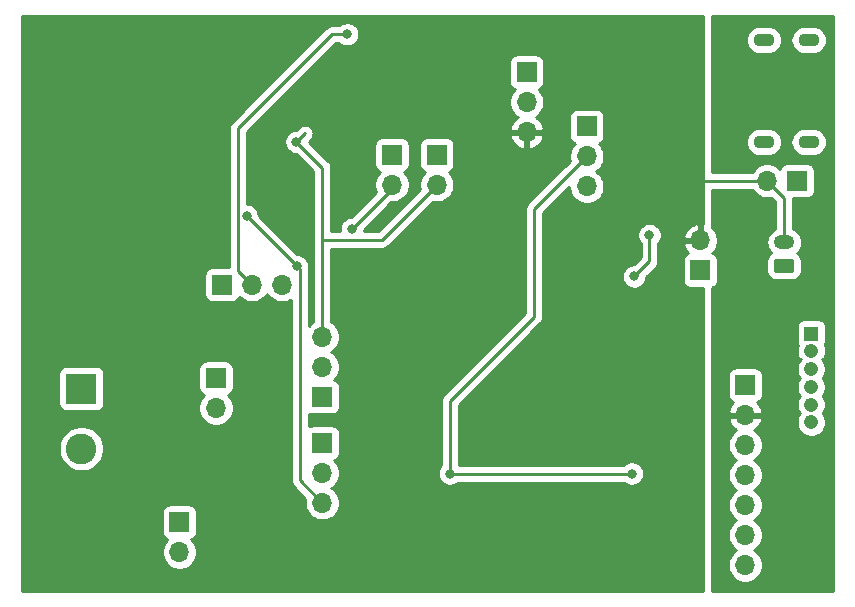
<source format=gbl>
G04 #@! TF.GenerationSoftware,KiCad,Pcbnew,(5.1.5-0)*
G04 #@! TF.CreationDate,2022-02-20T15:53:08-07:00*
G04 #@! TF.ProjectId,cs5530,63733535-3330-42e6-9b69-6361645f7063,rev?*
G04 #@! TF.SameCoordinates,Original*
G04 #@! TF.FileFunction,Copper,L2,Bot*
G04 #@! TF.FilePolarity,Positive*
%FSLAX46Y46*%
G04 Gerber Fmt 4.6, Leading zero omitted, Abs format (unit mm)*
G04 Created by KiCad (PCBNEW (5.1.5-0)) date 2022-02-20 15:53:08*
%MOMM*%
%LPD*%
G04 APERTURE LIST*
%ADD10O,1.700000X1.700000*%
%ADD11R,1.700000X1.700000*%
%ADD12O,1.750000X1.200000*%
%ADD13C,0.100000*%
%ADD14O,1.800000X1.100000*%
%ADD15R,1.208000X1.208000*%
%ADD16C,1.208000*%
%ADD17C,2.600000*%
%ADD18R,2.600000X2.600000*%
%ADD19C,0.800000*%
%ADD20C,0.250000*%
%ADD21C,0.254000*%
G04 APERTURE END LIST*
D10*
X142000000Y-64940000D03*
D11*
X142000000Y-62400000D03*
D10*
X145800000Y-64940000D03*
D11*
X145800000Y-62400000D03*
D10*
X153400000Y-60480000D03*
X153400000Y-57940000D03*
D11*
X153400000Y-55400000D03*
D10*
X168100000Y-69660000D03*
D11*
X168100000Y-72200000D03*
D10*
X171900000Y-97140000D03*
X171900000Y-94600000D03*
X171900000Y-92060000D03*
X171900000Y-89520000D03*
X171900000Y-86980000D03*
X171900000Y-84440000D03*
D11*
X171900000Y-81900000D03*
D12*
X175200000Y-69800000D03*
G04 #@! TA.AperFunction,ComponentPad*
D13*
G36*
X175849505Y-71201204D02*
G01*
X175873773Y-71204804D01*
X175897572Y-71210765D01*
X175920671Y-71219030D01*
X175942850Y-71229520D01*
X175963893Y-71242132D01*
X175983599Y-71256747D01*
X176001777Y-71273223D01*
X176018253Y-71291401D01*
X176032868Y-71311107D01*
X176045480Y-71332150D01*
X176055970Y-71354329D01*
X176064235Y-71377428D01*
X176070196Y-71401227D01*
X176073796Y-71425495D01*
X176075000Y-71449999D01*
X176075000Y-72150001D01*
X176073796Y-72174505D01*
X176070196Y-72198773D01*
X176064235Y-72222572D01*
X176055970Y-72245671D01*
X176045480Y-72267850D01*
X176032868Y-72288893D01*
X176018253Y-72308599D01*
X176001777Y-72326777D01*
X175983599Y-72343253D01*
X175963893Y-72357868D01*
X175942850Y-72370480D01*
X175920671Y-72380970D01*
X175897572Y-72389235D01*
X175873773Y-72395196D01*
X175849505Y-72398796D01*
X175825001Y-72400000D01*
X174574999Y-72400000D01*
X174550495Y-72398796D01*
X174526227Y-72395196D01*
X174502428Y-72389235D01*
X174479329Y-72380970D01*
X174457150Y-72370480D01*
X174436107Y-72357868D01*
X174416401Y-72343253D01*
X174398223Y-72326777D01*
X174381747Y-72308599D01*
X174367132Y-72288893D01*
X174354520Y-72267850D01*
X174344030Y-72245671D01*
X174335765Y-72222572D01*
X174329804Y-72198773D01*
X174326204Y-72174505D01*
X174325000Y-72150001D01*
X174325000Y-71449999D01*
X174326204Y-71425495D01*
X174329804Y-71401227D01*
X174335765Y-71377428D01*
X174344030Y-71354329D01*
X174354520Y-71332150D01*
X174367132Y-71311107D01*
X174381747Y-71291401D01*
X174398223Y-71273223D01*
X174416401Y-71256747D01*
X174436107Y-71242132D01*
X174457150Y-71229520D01*
X174479329Y-71219030D01*
X174502428Y-71210765D01*
X174526227Y-71204804D01*
X174550495Y-71201204D01*
X174574999Y-71200000D01*
X175825001Y-71200000D01*
X175849505Y-71201204D01*
G37*
G04 #@! TD.AperFunction*
D10*
X132680000Y-73400000D03*
X130140000Y-73400000D03*
D11*
X127600000Y-73400000D03*
D10*
X136100000Y-91880000D03*
X136100000Y-89340000D03*
D11*
X136100000Y-86800000D03*
D10*
X136100000Y-77820000D03*
X136100000Y-80360000D03*
D11*
X136100000Y-82900000D03*
D10*
X158500000Y-65080000D03*
X158500000Y-62540000D03*
D11*
X158500000Y-60000000D03*
D10*
X173760000Y-64600000D03*
D11*
X176300000Y-64600000D03*
D14*
X177275000Y-61320000D03*
X177275000Y-52680000D03*
X173475000Y-61320000D03*
X173475000Y-52680000D03*
D15*
X177500000Y-77550000D03*
D16*
X177500000Y-79050000D03*
X177500000Y-80550000D03*
X177500000Y-82050000D03*
X177500000Y-85050000D03*
X177500000Y-83550000D03*
D10*
X127100000Y-83840000D03*
D11*
X127100000Y-81300000D03*
D10*
X124000000Y-96040000D03*
D11*
X124000000Y-93500000D03*
D17*
X115700000Y-87280000D03*
D18*
X115700000Y-82200000D03*
D19*
X154300000Y-86300000D03*
X158800000Y-84500000D03*
X168000000Y-64600000D03*
X125600000Y-73300000D03*
X120900000Y-74600000D03*
X162500000Y-72700000D03*
X163800000Y-69200000D03*
X138200000Y-52200000D03*
X133900000Y-61300000D03*
X129700000Y-67600000D03*
X133950153Y-71850153D03*
X138600000Y-68700000D03*
X146900000Y-89400000D03*
X162300000Y-89400000D03*
D20*
X175200000Y-66040000D02*
X173760000Y-64600000D01*
X175200000Y-69800000D02*
X175200000Y-66040000D01*
X173760000Y-64600000D02*
X168000000Y-64600000D01*
X162500000Y-72800000D02*
X162500000Y-72700000D01*
X163800000Y-71400000D02*
X162500000Y-72700000D01*
X163800000Y-69200000D02*
X163800000Y-71400000D01*
X136926998Y-52200000D02*
X138200000Y-52200000D01*
X128974999Y-72234999D02*
X128974999Y-60151999D01*
X130140000Y-73400000D02*
X128974999Y-72234999D01*
X136926998Y-52200000D02*
X128974999Y-60151999D01*
X133900000Y-61300000D02*
X136100000Y-63500000D01*
X134600000Y-60600000D02*
X133900000Y-61300000D01*
X141140000Y-69600000D02*
X145800000Y-64940000D01*
X136100000Y-63500000D02*
X136100000Y-69600000D01*
X136100000Y-69600000D02*
X141140000Y-69600000D01*
X136100000Y-69600000D02*
X136100000Y-77820000D01*
X134200000Y-89980000D02*
X136100000Y-91880000D01*
X134200000Y-72100000D02*
X134200000Y-89980000D01*
X129700000Y-67600000D02*
X134200000Y-72100000D01*
X142000000Y-65300000D02*
X142000000Y-64940000D01*
X138600000Y-68700000D02*
X142000000Y-65300000D01*
X146900000Y-89400000D02*
X162300000Y-89400000D01*
X154034315Y-76100000D02*
X154034315Y-67005685D01*
X154034315Y-67005685D02*
X158500000Y-62540000D01*
X146900000Y-83234315D02*
X154034315Y-76100000D01*
X146900000Y-89400000D02*
X146900000Y-83234315D01*
D21*
G36*
X168365000Y-68266751D02*
G01*
X168227000Y-68339186D01*
X168227000Y-69533000D01*
X168247000Y-69533000D01*
X168247000Y-69787000D01*
X168227000Y-69787000D01*
X168227000Y-69807000D01*
X167973000Y-69807000D01*
X167973000Y-69787000D01*
X166779845Y-69787000D01*
X166658524Y-70016890D01*
X166703175Y-70164099D01*
X166828359Y-70426920D01*
X167002412Y-70660269D01*
X167086466Y-70736034D01*
X167005820Y-70760498D01*
X166895506Y-70819463D01*
X166798815Y-70898815D01*
X166719463Y-70995506D01*
X166660498Y-71105820D01*
X166624188Y-71225518D01*
X166611928Y-71350000D01*
X166611928Y-73050000D01*
X166624188Y-73174482D01*
X166660498Y-73294180D01*
X166719463Y-73404494D01*
X166798815Y-73501185D01*
X166895506Y-73580537D01*
X167005820Y-73639502D01*
X167125518Y-73675812D01*
X167250000Y-73688072D01*
X168365000Y-73688072D01*
X168365000Y-99340000D01*
X110660000Y-99340000D01*
X110660000Y-92650000D01*
X122511928Y-92650000D01*
X122511928Y-94350000D01*
X122524188Y-94474482D01*
X122560498Y-94594180D01*
X122619463Y-94704494D01*
X122698815Y-94801185D01*
X122795506Y-94880537D01*
X122905820Y-94939502D01*
X122978380Y-94961513D01*
X122846525Y-95093368D01*
X122684010Y-95336589D01*
X122572068Y-95606842D01*
X122515000Y-95893740D01*
X122515000Y-96186260D01*
X122572068Y-96473158D01*
X122684010Y-96743411D01*
X122846525Y-96986632D01*
X123053368Y-97193475D01*
X123296589Y-97355990D01*
X123566842Y-97467932D01*
X123853740Y-97525000D01*
X124146260Y-97525000D01*
X124433158Y-97467932D01*
X124703411Y-97355990D01*
X124946632Y-97193475D01*
X125153475Y-96986632D01*
X125315990Y-96743411D01*
X125427932Y-96473158D01*
X125485000Y-96186260D01*
X125485000Y-95893740D01*
X125427932Y-95606842D01*
X125315990Y-95336589D01*
X125153475Y-95093368D01*
X125021620Y-94961513D01*
X125094180Y-94939502D01*
X125204494Y-94880537D01*
X125301185Y-94801185D01*
X125380537Y-94704494D01*
X125439502Y-94594180D01*
X125475812Y-94474482D01*
X125488072Y-94350000D01*
X125488072Y-92650000D01*
X125475812Y-92525518D01*
X125439502Y-92405820D01*
X125380537Y-92295506D01*
X125301185Y-92198815D01*
X125204494Y-92119463D01*
X125094180Y-92060498D01*
X124974482Y-92024188D01*
X124850000Y-92011928D01*
X123150000Y-92011928D01*
X123025518Y-92024188D01*
X122905820Y-92060498D01*
X122795506Y-92119463D01*
X122698815Y-92198815D01*
X122619463Y-92295506D01*
X122560498Y-92405820D01*
X122524188Y-92525518D01*
X122511928Y-92650000D01*
X110660000Y-92650000D01*
X110660000Y-87089419D01*
X113765000Y-87089419D01*
X113765000Y-87470581D01*
X113839361Y-87844419D01*
X113985225Y-88196566D01*
X114196987Y-88513491D01*
X114466509Y-88783013D01*
X114783434Y-88994775D01*
X115135581Y-89140639D01*
X115509419Y-89215000D01*
X115890581Y-89215000D01*
X116264419Y-89140639D01*
X116616566Y-88994775D01*
X116933491Y-88783013D01*
X117203013Y-88513491D01*
X117414775Y-88196566D01*
X117560639Y-87844419D01*
X117635000Y-87470581D01*
X117635000Y-87089419D01*
X117560639Y-86715581D01*
X117414775Y-86363434D01*
X117203013Y-86046509D01*
X116933491Y-85776987D01*
X116616566Y-85565225D01*
X116264419Y-85419361D01*
X115890581Y-85345000D01*
X115509419Y-85345000D01*
X115135581Y-85419361D01*
X114783434Y-85565225D01*
X114466509Y-85776987D01*
X114196987Y-86046509D01*
X113985225Y-86363434D01*
X113839361Y-86715581D01*
X113765000Y-87089419D01*
X110660000Y-87089419D01*
X110660000Y-80900000D01*
X113761928Y-80900000D01*
X113761928Y-83500000D01*
X113774188Y-83624482D01*
X113810498Y-83744180D01*
X113869463Y-83854494D01*
X113948815Y-83951185D01*
X114045506Y-84030537D01*
X114155820Y-84089502D01*
X114275518Y-84125812D01*
X114400000Y-84138072D01*
X117000000Y-84138072D01*
X117124482Y-84125812D01*
X117244180Y-84089502D01*
X117354494Y-84030537D01*
X117451185Y-83951185D01*
X117530537Y-83854494D01*
X117589502Y-83744180D01*
X117625812Y-83624482D01*
X117638072Y-83500000D01*
X117638072Y-80900000D01*
X117625812Y-80775518D01*
X117589502Y-80655820D01*
X117530537Y-80545506D01*
X117452158Y-80450000D01*
X125611928Y-80450000D01*
X125611928Y-82150000D01*
X125624188Y-82274482D01*
X125660498Y-82394180D01*
X125719463Y-82504494D01*
X125798815Y-82601185D01*
X125895506Y-82680537D01*
X126005820Y-82739502D01*
X126078380Y-82761513D01*
X125946525Y-82893368D01*
X125784010Y-83136589D01*
X125672068Y-83406842D01*
X125615000Y-83693740D01*
X125615000Y-83986260D01*
X125672068Y-84273158D01*
X125784010Y-84543411D01*
X125946525Y-84786632D01*
X126153368Y-84993475D01*
X126396589Y-85155990D01*
X126666842Y-85267932D01*
X126953740Y-85325000D01*
X127246260Y-85325000D01*
X127533158Y-85267932D01*
X127803411Y-85155990D01*
X128046632Y-84993475D01*
X128253475Y-84786632D01*
X128415990Y-84543411D01*
X128527932Y-84273158D01*
X128585000Y-83986260D01*
X128585000Y-83693740D01*
X128527932Y-83406842D01*
X128415990Y-83136589D01*
X128253475Y-82893368D01*
X128121620Y-82761513D01*
X128194180Y-82739502D01*
X128304494Y-82680537D01*
X128401185Y-82601185D01*
X128480537Y-82504494D01*
X128539502Y-82394180D01*
X128575812Y-82274482D01*
X128588072Y-82150000D01*
X128588072Y-80450000D01*
X128575812Y-80325518D01*
X128539502Y-80205820D01*
X128480537Y-80095506D01*
X128401185Y-79998815D01*
X128304494Y-79919463D01*
X128194180Y-79860498D01*
X128074482Y-79824188D01*
X127950000Y-79811928D01*
X126250000Y-79811928D01*
X126125518Y-79824188D01*
X126005820Y-79860498D01*
X125895506Y-79919463D01*
X125798815Y-79998815D01*
X125719463Y-80095506D01*
X125660498Y-80205820D01*
X125624188Y-80325518D01*
X125611928Y-80450000D01*
X117452158Y-80450000D01*
X117451185Y-80448815D01*
X117354494Y-80369463D01*
X117244180Y-80310498D01*
X117124482Y-80274188D01*
X117000000Y-80261928D01*
X114400000Y-80261928D01*
X114275518Y-80274188D01*
X114155820Y-80310498D01*
X114045506Y-80369463D01*
X113948815Y-80448815D01*
X113869463Y-80545506D01*
X113810498Y-80655820D01*
X113774188Y-80775518D01*
X113761928Y-80900000D01*
X110660000Y-80900000D01*
X110660000Y-72550000D01*
X126111928Y-72550000D01*
X126111928Y-74250000D01*
X126124188Y-74374482D01*
X126160498Y-74494180D01*
X126219463Y-74604494D01*
X126298815Y-74701185D01*
X126395506Y-74780537D01*
X126505820Y-74839502D01*
X126625518Y-74875812D01*
X126750000Y-74888072D01*
X128450000Y-74888072D01*
X128574482Y-74875812D01*
X128694180Y-74839502D01*
X128804494Y-74780537D01*
X128901185Y-74701185D01*
X128980537Y-74604494D01*
X129039502Y-74494180D01*
X129061513Y-74421620D01*
X129193368Y-74553475D01*
X129436589Y-74715990D01*
X129706842Y-74827932D01*
X129993740Y-74885000D01*
X130286260Y-74885000D01*
X130573158Y-74827932D01*
X130843411Y-74715990D01*
X131086632Y-74553475D01*
X131293475Y-74346632D01*
X131410000Y-74172240D01*
X131526525Y-74346632D01*
X131733368Y-74553475D01*
X131976589Y-74715990D01*
X132246842Y-74827932D01*
X132533740Y-74885000D01*
X132826260Y-74885000D01*
X133113158Y-74827932D01*
X133383411Y-74715990D01*
X133440000Y-74678178D01*
X133440001Y-89942667D01*
X133436324Y-89980000D01*
X133440001Y-90017333D01*
X133442570Y-90043411D01*
X133450998Y-90128985D01*
X133494454Y-90272246D01*
X133565026Y-90404276D01*
X133616201Y-90466632D01*
X133660000Y-90520001D01*
X133688998Y-90543799D01*
X134658790Y-91513592D01*
X134615000Y-91733740D01*
X134615000Y-92026260D01*
X134672068Y-92313158D01*
X134784010Y-92583411D01*
X134946525Y-92826632D01*
X135153368Y-93033475D01*
X135396589Y-93195990D01*
X135666842Y-93307932D01*
X135953740Y-93365000D01*
X136246260Y-93365000D01*
X136533158Y-93307932D01*
X136803411Y-93195990D01*
X137046632Y-93033475D01*
X137253475Y-92826632D01*
X137415990Y-92583411D01*
X137527932Y-92313158D01*
X137585000Y-92026260D01*
X137585000Y-91733740D01*
X137527932Y-91446842D01*
X137415990Y-91176589D01*
X137253475Y-90933368D01*
X137046632Y-90726525D01*
X136872240Y-90610000D01*
X137046632Y-90493475D01*
X137253475Y-90286632D01*
X137415990Y-90043411D01*
X137527932Y-89773158D01*
X137585000Y-89486260D01*
X137585000Y-89298061D01*
X145865000Y-89298061D01*
X145865000Y-89501939D01*
X145904774Y-89701898D01*
X145982795Y-89890256D01*
X146096063Y-90059774D01*
X146240226Y-90203937D01*
X146409744Y-90317205D01*
X146598102Y-90395226D01*
X146798061Y-90435000D01*
X147001939Y-90435000D01*
X147201898Y-90395226D01*
X147390256Y-90317205D01*
X147559774Y-90203937D01*
X147603711Y-90160000D01*
X161596289Y-90160000D01*
X161640226Y-90203937D01*
X161809744Y-90317205D01*
X161998102Y-90395226D01*
X162198061Y-90435000D01*
X162401939Y-90435000D01*
X162601898Y-90395226D01*
X162790256Y-90317205D01*
X162959774Y-90203937D01*
X163103937Y-90059774D01*
X163217205Y-89890256D01*
X163295226Y-89701898D01*
X163335000Y-89501939D01*
X163335000Y-89298061D01*
X163295226Y-89098102D01*
X163217205Y-88909744D01*
X163103937Y-88740226D01*
X162959774Y-88596063D01*
X162790256Y-88482795D01*
X162601898Y-88404774D01*
X162401939Y-88365000D01*
X162198061Y-88365000D01*
X161998102Y-88404774D01*
X161809744Y-88482795D01*
X161640226Y-88596063D01*
X161596289Y-88640000D01*
X147660000Y-88640000D01*
X147660000Y-83549116D01*
X154545319Y-76663798D01*
X154574316Y-76640001D01*
X154614115Y-76591506D01*
X154669289Y-76524277D01*
X154739861Y-76392247D01*
X154765438Y-76307928D01*
X154783318Y-76248986D01*
X154794315Y-76137333D01*
X154794315Y-76137324D01*
X154797991Y-76100001D01*
X154794315Y-76062678D01*
X154794315Y-72598061D01*
X161465000Y-72598061D01*
X161465000Y-72801939D01*
X161504774Y-73001898D01*
X161582795Y-73190256D01*
X161696063Y-73359774D01*
X161840226Y-73503937D01*
X162009744Y-73617205D01*
X162198102Y-73695226D01*
X162398061Y-73735000D01*
X162601939Y-73735000D01*
X162801898Y-73695226D01*
X162990256Y-73617205D01*
X163159774Y-73503937D01*
X163303937Y-73359774D01*
X163417205Y-73190256D01*
X163495226Y-73001898D01*
X163535000Y-72801939D01*
X163535000Y-72739801D01*
X164311003Y-71963799D01*
X164340001Y-71940001D01*
X164434974Y-71824276D01*
X164505546Y-71692247D01*
X164549003Y-71548986D01*
X164560000Y-71437333D01*
X164560000Y-71437325D01*
X164563676Y-71400000D01*
X164560000Y-71362675D01*
X164560000Y-69903711D01*
X164603937Y-69859774D01*
X164717205Y-69690256D01*
X164795226Y-69501898D01*
X164834767Y-69303110D01*
X166658524Y-69303110D01*
X166779845Y-69533000D01*
X167973000Y-69533000D01*
X167973000Y-68339186D01*
X167743109Y-68218519D01*
X167468748Y-68315843D01*
X167218645Y-68464822D01*
X167002412Y-68659731D01*
X166828359Y-68893080D01*
X166703175Y-69155901D01*
X166658524Y-69303110D01*
X164834767Y-69303110D01*
X164835000Y-69301939D01*
X164835000Y-69098061D01*
X164795226Y-68898102D01*
X164717205Y-68709744D01*
X164603937Y-68540226D01*
X164459774Y-68396063D01*
X164290256Y-68282795D01*
X164101898Y-68204774D01*
X163901939Y-68165000D01*
X163698061Y-68165000D01*
X163498102Y-68204774D01*
X163309744Y-68282795D01*
X163140226Y-68396063D01*
X162996063Y-68540226D01*
X162882795Y-68709744D01*
X162804774Y-68898102D01*
X162765000Y-69098061D01*
X162765000Y-69301939D01*
X162804774Y-69501898D01*
X162882795Y-69690256D01*
X162996063Y-69859774D01*
X163040000Y-69903711D01*
X163040001Y-71085197D01*
X162460199Y-71665000D01*
X162398061Y-71665000D01*
X162198102Y-71704774D01*
X162009744Y-71782795D01*
X161840226Y-71896063D01*
X161696063Y-72040226D01*
X161582795Y-72209744D01*
X161504774Y-72398102D01*
X161465000Y-72598061D01*
X154794315Y-72598061D01*
X154794315Y-67320486D01*
X157015000Y-65099802D01*
X157015000Y-65226260D01*
X157072068Y-65513158D01*
X157184010Y-65783411D01*
X157346525Y-66026632D01*
X157553368Y-66233475D01*
X157796589Y-66395990D01*
X158066842Y-66507932D01*
X158353740Y-66565000D01*
X158646260Y-66565000D01*
X158933158Y-66507932D01*
X159203411Y-66395990D01*
X159446632Y-66233475D01*
X159653475Y-66026632D01*
X159815990Y-65783411D01*
X159927932Y-65513158D01*
X159985000Y-65226260D01*
X159985000Y-64933740D01*
X159927932Y-64646842D01*
X159815990Y-64376589D01*
X159653475Y-64133368D01*
X159446632Y-63926525D01*
X159272240Y-63810000D01*
X159446632Y-63693475D01*
X159653475Y-63486632D01*
X159815990Y-63243411D01*
X159927932Y-62973158D01*
X159985000Y-62686260D01*
X159985000Y-62393740D01*
X159927932Y-62106842D01*
X159815990Y-61836589D01*
X159653475Y-61593368D01*
X159521620Y-61461513D01*
X159594180Y-61439502D01*
X159704494Y-61380537D01*
X159801185Y-61301185D01*
X159880537Y-61204494D01*
X159939502Y-61094180D01*
X159975812Y-60974482D01*
X159988072Y-60850000D01*
X159988072Y-59150000D01*
X159975812Y-59025518D01*
X159939502Y-58905820D01*
X159880537Y-58795506D01*
X159801185Y-58698815D01*
X159704494Y-58619463D01*
X159594180Y-58560498D01*
X159474482Y-58524188D01*
X159350000Y-58511928D01*
X157650000Y-58511928D01*
X157525518Y-58524188D01*
X157405820Y-58560498D01*
X157295506Y-58619463D01*
X157198815Y-58698815D01*
X157119463Y-58795506D01*
X157060498Y-58905820D01*
X157024188Y-59025518D01*
X157011928Y-59150000D01*
X157011928Y-60850000D01*
X157024188Y-60974482D01*
X157060498Y-61094180D01*
X157119463Y-61204494D01*
X157198815Y-61301185D01*
X157295506Y-61380537D01*
X157405820Y-61439502D01*
X157478380Y-61461513D01*
X157346525Y-61593368D01*
X157184010Y-61836589D01*
X157072068Y-62106842D01*
X157015000Y-62393740D01*
X157015000Y-62686260D01*
X157058790Y-62906408D01*
X153523313Y-66441886D01*
X153494315Y-66465684D01*
X153470517Y-66494682D01*
X153470516Y-66494683D01*
X153399341Y-66581409D01*
X153328769Y-66713439D01*
X153303706Y-66796063D01*
X153287043Y-66850998D01*
X153285313Y-66856700D01*
X153270639Y-67005685D01*
X153274316Y-67043017D01*
X153274315Y-75785198D01*
X146388998Y-82670516D01*
X146360000Y-82694314D01*
X146336202Y-82723312D01*
X146336201Y-82723313D01*
X146265026Y-82810039D01*
X146194454Y-82942069D01*
X146150998Y-83085330D01*
X146136324Y-83234315D01*
X146140001Y-83271647D01*
X146140000Y-88696289D01*
X146096063Y-88740226D01*
X145982795Y-88909744D01*
X145904774Y-89098102D01*
X145865000Y-89298061D01*
X137585000Y-89298061D01*
X137585000Y-89193740D01*
X137527932Y-88906842D01*
X137415990Y-88636589D01*
X137253475Y-88393368D01*
X137121620Y-88261513D01*
X137194180Y-88239502D01*
X137304494Y-88180537D01*
X137401185Y-88101185D01*
X137480537Y-88004494D01*
X137539502Y-87894180D01*
X137575812Y-87774482D01*
X137588072Y-87650000D01*
X137588072Y-85950000D01*
X137575812Y-85825518D01*
X137539502Y-85705820D01*
X137480537Y-85595506D01*
X137401185Y-85498815D01*
X137304494Y-85419463D01*
X137194180Y-85360498D01*
X137074482Y-85324188D01*
X136950000Y-85311928D01*
X135250000Y-85311928D01*
X135125518Y-85324188D01*
X135005820Y-85360498D01*
X134960000Y-85384990D01*
X134960000Y-84315010D01*
X135005820Y-84339502D01*
X135125518Y-84375812D01*
X135250000Y-84388072D01*
X136950000Y-84388072D01*
X137074482Y-84375812D01*
X137194180Y-84339502D01*
X137304494Y-84280537D01*
X137401185Y-84201185D01*
X137480537Y-84104494D01*
X137539502Y-83994180D01*
X137575812Y-83874482D01*
X137588072Y-83750000D01*
X137588072Y-82050000D01*
X137575812Y-81925518D01*
X137539502Y-81805820D01*
X137480537Y-81695506D01*
X137401185Y-81598815D01*
X137304494Y-81519463D01*
X137194180Y-81460498D01*
X137121620Y-81438487D01*
X137253475Y-81306632D01*
X137415990Y-81063411D01*
X137527932Y-80793158D01*
X137585000Y-80506260D01*
X137585000Y-80213740D01*
X137527932Y-79926842D01*
X137415990Y-79656589D01*
X137253475Y-79413368D01*
X137046632Y-79206525D01*
X136872240Y-79090000D01*
X137046632Y-78973475D01*
X137253475Y-78766632D01*
X137415990Y-78523411D01*
X137527932Y-78253158D01*
X137585000Y-77966260D01*
X137585000Y-77673740D01*
X137527932Y-77386842D01*
X137415990Y-77116589D01*
X137253475Y-76873368D01*
X137046632Y-76666525D01*
X136860000Y-76541822D01*
X136860000Y-70360000D01*
X141102678Y-70360000D01*
X141140000Y-70363676D01*
X141177322Y-70360000D01*
X141177333Y-70360000D01*
X141288986Y-70349003D01*
X141432247Y-70305546D01*
X141564276Y-70234974D01*
X141680001Y-70140001D01*
X141703804Y-70110997D01*
X145433592Y-66381210D01*
X145653740Y-66425000D01*
X145946260Y-66425000D01*
X146233158Y-66367932D01*
X146503411Y-66255990D01*
X146746632Y-66093475D01*
X146953475Y-65886632D01*
X147115990Y-65643411D01*
X147227932Y-65373158D01*
X147285000Y-65086260D01*
X147285000Y-64793740D01*
X147227932Y-64506842D01*
X147115990Y-64236589D01*
X146953475Y-63993368D01*
X146821620Y-63861513D01*
X146894180Y-63839502D01*
X147004494Y-63780537D01*
X147101185Y-63701185D01*
X147180537Y-63604494D01*
X147239502Y-63494180D01*
X147275812Y-63374482D01*
X147288072Y-63250000D01*
X147288072Y-61550000D01*
X147275812Y-61425518D01*
X147239502Y-61305820D01*
X147180537Y-61195506D01*
X147101185Y-61098815D01*
X147004494Y-61019463D01*
X146894180Y-60960498D01*
X146774482Y-60924188D01*
X146650000Y-60911928D01*
X144950000Y-60911928D01*
X144825518Y-60924188D01*
X144705820Y-60960498D01*
X144595506Y-61019463D01*
X144498815Y-61098815D01*
X144419463Y-61195506D01*
X144360498Y-61305820D01*
X144324188Y-61425518D01*
X144311928Y-61550000D01*
X144311928Y-63250000D01*
X144324188Y-63374482D01*
X144360498Y-63494180D01*
X144419463Y-63604494D01*
X144498815Y-63701185D01*
X144595506Y-63780537D01*
X144705820Y-63839502D01*
X144778380Y-63861513D01*
X144646525Y-63993368D01*
X144484010Y-64236589D01*
X144372068Y-64506842D01*
X144315000Y-64793740D01*
X144315000Y-65086260D01*
X144358790Y-65306408D01*
X140825199Y-68840000D01*
X139627429Y-68840000D01*
X139635000Y-68801939D01*
X139635000Y-68739801D01*
X141949802Y-66425000D01*
X142146260Y-66425000D01*
X142433158Y-66367932D01*
X142703411Y-66255990D01*
X142946632Y-66093475D01*
X143153475Y-65886632D01*
X143315990Y-65643411D01*
X143427932Y-65373158D01*
X143485000Y-65086260D01*
X143485000Y-64793740D01*
X143427932Y-64506842D01*
X143315990Y-64236589D01*
X143153475Y-63993368D01*
X143021620Y-63861513D01*
X143094180Y-63839502D01*
X143204494Y-63780537D01*
X143301185Y-63701185D01*
X143380537Y-63604494D01*
X143439502Y-63494180D01*
X143475812Y-63374482D01*
X143488072Y-63250000D01*
X143488072Y-61550000D01*
X143475812Y-61425518D01*
X143439502Y-61305820D01*
X143380537Y-61195506D01*
X143301185Y-61098815D01*
X143204494Y-61019463D01*
X143094180Y-60960498D01*
X142974482Y-60924188D01*
X142850000Y-60911928D01*
X141150000Y-60911928D01*
X141025518Y-60924188D01*
X140905820Y-60960498D01*
X140795506Y-61019463D01*
X140698815Y-61098815D01*
X140619463Y-61195506D01*
X140560498Y-61305820D01*
X140524188Y-61425518D01*
X140511928Y-61550000D01*
X140511928Y-63250000D01*
X140524188Y-63374482D01*
X140560498Y-63494180D01*
X140619463Y-63604494D01*
X140698815Y-63701185D01*
X140795506Y-63780537D01*
X140905820Y-63839502D01*
X140978380Y-63861513D01*
X140846525Y-63993368D01*
X140684010Y-64236589D01*
X140572068Y-64506842D01*
X140515000Y-64793740D01*
X140515000Y-65086260D01*
X140572068Y-65373158D01*
X140654070Y-65571129D01*
X138560199Y-67665000D01*
X138498061Y-67665000D01*
X138298102Y-67704774D01*
X138109744Y-67782795D01*
X137940226Y-67896063D01*
X137796063Y-68040226D01*
X137682795Y-68209744D01*
X137604774Y-68398102D01*
X137565000Y-68598061D01*
X137565000Y-68801939D01*
X137572571Y-68840000D01*
X136860000Y-68840000D01*
X136860000Y-63537323D01*
X136863676Y-63500000D01*
X136860000Y-63462677D01*
X136860000Y-63462667D01*
X136849003Y-63351014D01*
X136805546Y-63207753D01*
X136734974Y-63075724D01*
X136640001Y-62959999D01*
X136611004Y-62936202D01*
X134974802Y-61300001D01*
X135163799Y-61111004D01*
X135234973Y-61024277D01*
X135305545Y-60892247D01*
X135322337Y-60836890D01*
X151958524Y-60836890D01*
X152003175Y-60984099D01*
X152128359Y-61246920D01*
X152302412Y-61480269D01*
X152518645Y-61675178D01*
X152768748Y-61824157D01*
X153043109Y-61921481D01*
X153273000Y-61800814D01*
X153273000Y-60607000D01*
X153527000Y-60607000D01*
X153527000Y-61800814D01*
X153756891Y-61921481D01*
X154031252Y-61824157D01*
X154281355Y-61675178D01*
X154497588Y-61480269D01*
X154671641Y-61246920D01*
X154796825Y-60984099D01*
X154841476Y-60836890D01*
X154720155Y-60607000D01*
X153527000Y-60607000D01*
X153273000Y-60607000D01*
X152079845Y-60607000D01*
X151958524Y-60836890D01*
X135322337Y-60836890D01*
X135349002Y-60748987D01*
X135363676Y-60600001D01*
X135349002Y-60451015D01*
X135305545Y-60307754D01*
X135234973Y-60175725D01*
X135140000Y-60060000D01*
X135024275Y-59965027D01*
X134892246Y-59894455D01*
X134748985Y-59850998D01*
X134599999Y-59836324D01*
X134451013Y-59850998D01*
X134307753Y-59894455D01*
X134175723Y-59965027D01*
X134088996Y-60036201D01*
X133860198Y-60265000D01*
X133798061Y-60265000D01*
X133598102Y-60304774D01*
X133409744Y-60382795D01*
X133240226Y-60496063D01*
X133096063Y-60640226D01*
X132982795Y-60809744D01*
X132904774Y-60998102D01*
X132865000Y-61198061D01*
X132865000Y-61401939D01*
X132904774Y-61601898D01*
X132982795Y-61790256D01*
X133096063Y-61959774D01*
X133240226Y-62103937D01*
X133409744Y-62217205D01*
X133598102Y-62295226D01*
X133798061Y-62335000D01*
X133860199Y-62335000D01*
X135340000Y-63814802D01*
X135340001Y-69562657D01*
X135336323Y-69600000D01*
X135340000Y-69637333D01*
X135340001Y-76541821D01*
X135153368Y-76666525D01*
X134960000Y-76859893D01*
X134960000Y-72137322D01*
X134963676Y-72099999D01*
X134961045Y-72073290D01*
X134985153Y-71952092D01*
X134985153Y-71748214D01*
X134945379Y-71548255D01*
X134867358Y-71359897D01*
X134754090Y-71190379D01*
X134609927Y-71046216D01*
X134440409Y-70932948D01*
X134252051Y-70854927D01*
X134052092Y-70815153D01*
X133989955Y-70815153D01*
X130735000Y-67560199D01*
X130735000Y-67498061D01*
X130695226Y-67298102D01*
X130617205Y-67109744D01*
X130503937Y-66940226D01*
X130359774Y-66796063D01*
X130190256Y-66682795D01*
X130001898Y-66604774D01*
X129801939Y-66565000D01*
X129734999Y-66565000D01*
X129734999Y-60466800D01*
X135651799Y-54550000D01*
X151911928Y-54550000D01*
X151911928Y-56250000D01*
X151924188Y-56374482D01*
X151960498Y-56494180D01*
X152019463Y-56604494D01*
X152098815Y-56701185D01*
X152195506Y-56780537D01*
X152305820Y-56839502D01*
X152378380Y-56861513D01*
X152246525Y-56993368D01*
X152084010Y-57236589D01*
X151972068Y-57506842D01*
X151915000Y-57793740D01*
X151915000Y-58086260D01*
X151972068Y-58373158D01*
X152084010Y-58643411D01*
X152246525Y-58886632D01*
X152453368Y-59093475D01*
X152635534Y-59215195D01*
X152518645Y-59284822D01*
X152302412Y-59479731D01*
X152128359Y-59713080D01*
X152003175Y-59975901D01*
X151958524Y-60123110D01*
X152079845Y-60353000D01*
X153273000Y-60353000D01*
X153273000Y-60333000D01*
X153527000Y-60333000D01*
X153527000Y-60353000D01*
X154720155Y-60353000D01*
X154841476Y-60123110D01*
X154796825Y-59975901D01*
X154671641Y-59713080D01*
X154497588Y-59479731D01*
X154281355Y-59284822D01*
X154164466Y-59215195D01*
X154346632Y-59093475D01*
X154553475Y-58886632D01*
X154715990Y-58643411D01*
X154827932Y-58373158D01*
X154885000Y-58086260D01*
X154885000Y-57793740D01*
X154827932Y-57506842D01*
X154715990Y-57236589D01*
X154553475Y-56993368D01*
X154421620Y-56861513D01*
X154494180Y-56839502D01*
X154604494Y-56780537D01*
X154701185Y-56701185D01*
X154780537Y-56604494D01*
X154839502Y-56494180D01*
X154875812Y-56374482D01*
X154888072Y-56250000D01*
X154888072Y-54550000D01*
X154875812Y-54425518D01*
X154839502Y-54305820D01*
X154780537Y-54195506D01*
X154701185Y-54098815D01*
X154604494Y-54019463D01*
X154494180Y-53960498D01*
X154374482Y-53924188D01*
X154250000Y-53911928D01*
X152550000Y-53911928D01*
X152425518Y-53924188D01*
X152305820Y-53960498D01*
X152195506Y-54019463D01*
X152098815Y-54098815D01*
X152019463Y-54195506D01*
X151960498Y-54305820D01*
X151924188Y-54425518D01*
X151911928Y-54550000D01*
X135651799Y-54550000D01*
X137241800Y-52960000D01*
X137496289Y-52960000D01*
X137540226Y-53003937D01*
X137709744Y-53117205D01*
X137898102Y-53195226D01*
X138098061Y-53235000D01*
X138301939Y-53235000D01*
X138501898Y-53195226D01*
X138690256Y-53117205D01*
X138859774Y-53003937D01*
X139003937Y-52859774D01*
X139117205Y-52690256D01*
X139195226Y-52501898D01*
X139235000Y-52301939D01*
X139235000Y-52098061D01*
X139195226Y-51898102D01*
X139117205Y-51709744D01*
X139003937Y-51540226D01*
X138859774Y-51396063D01*
X138690256Y-51282795D01*
X138501898Y-51204774D01*
X138301939Y-51165000D01*
X138098061Y-51165000D01*
X137898102Y-51204774D01*
X137709744Y-51282795D01*
X137540226Y-51396063D01*
X137496289Y-51440000D01*
X136964321Y-51440000D01*
X136926998Y-51436324D01*
X136889675Y-51440000D01*
X136889665Y-51440000D01*
X136778012Y-51450997D01*
X136634751Y-51494454D01*
X136502722Y-51565026D01*
X136386997Y-51659999D01*
X136363199Y-51688997D01*
X128463997Y-59588200D01*
X128434999Y-59611998D01*
X128411201Y-59640996D01*
X128411200Y-59640997D01*
X128340025Y-59727723D01*
X128269453Y-59859753D01*
X128225997Y-60003014D01*
X128211323Y-60151999D01*
X128215000Y-60189331D01*
X128214999Y-71911928D01*
X126750000Y-71911928D01*
X126625518Y-71924188D01*
X126505820Y-71960498D01*
X126395506Y-72019463D01*
X126298815Y-72098815D01*
X126219463Y-72195506D01*
X126160498Y-72305820D01*
X126124188Y-72425518D01*
X126111928Y-72550000D01*
X110660000Y-72550000D01*
X110660000Y-50660000D01*
X168365000Y-50660000D01*
X168365000Y-68266751D01*
G37*
X168365000Y-68266751D02*
X168227000Y-68339186D01*
X168227000Y-69533000D01*
X168247000Y-69533000D01*
X168247000Y-69787000D01*
X168227000Y-69787000D01*
X168227000Y-69807000D01*
X167973000Y-69807000D01*
X167973000Y-69787000D01*
X166779845Y-69787000D01*
X166658524Y-70016890D01*
X166703175Y-70164099D01*
X166828359Y-70426920D01*
X167002412Y-70660269D01*
X167086466Y-70736034D01*
X167005820Y-70760498D01*
X166895506Y-70819463D01*
X166798815Y-70898815D01*
X166719463Y-70995506D01*
X166660498Y-71105820D01*
X166624188Y-71225518D01*
X166611928Y-71350000D01*
X166611928Y-73050000D01*
X166624188Y-73174482D01*
X166660498Y-73294180D01*
X166719463Y-73404494D01*
X166798815Y-73501185D01*
X166895506Y-73580537D01*
X167005820Y-73639502D01*
X167125518Y-73675812D01*
X167250000Y-73688072D01*
X168365000Y-73688072D01*
X168365000Y-99340000D01*
X110660000Y-99340000D01*
X110660000Y-92650000D01*
X122511928Y-92650000D01*
X122511928Y-94350000D01*
X122524188Y-94474482D01*
X122560498Y-94594180D01*
X122619463Y-94704494D01*
X122698815Y-94801185D01*
X122795506Y-94880537D01*
X122905820Y-94939502D01*
X122978380Y-94961513D01*
X122846525Y-95093368D01*
X122684010Y-95336589D01*
X122572068Y-95606842D01*
X122515000Y-95893740D01*
X122515000Y-96186260D01*
X122572068Y-96473158D01*
X122684010Y-96743411D01*
X122846525Y-96986632D01*
X123053368Y-97193475D01*
X123296589Y-97355990D01*
X123566842Y-97467932D01*
X123853740Y-97525000D01*
X124146260Y-97525000D01*
X124433158Y-97467932D01*
X124703411Y-97355990D01*
X124946632Y-97193475D01*
X125153475Y-96986632D01*
X125315990Y-96743411D01*
X125427932Y-96473158D01*
X125485000Y-96186260D01*
X125485000Y-95893740D01*
X125427932Y-95606842D01*
X125315990Y-95336589D01*
X125153475Y-95093368D01*
X125021620Y-94961513D01*
X125094180Y-94939502D01*
X125204494Y-94880537D01*
X125301185Y-94801185D01*
X125380537Y-94704494D01*
X125439502Y-94594180D01*
X125475812Y-94474482D01*
X125488072Y-94350000D01*
X125488072Y-92650000D01*
X125475812Y-92525518D01*
X125439502Y-92405820D01*
X125380537Y-92295506D01*
X125301185Y-92198815D01*
X125204494Y-92119463D01*
X125094180Y-92060498D01*
X124974482Y-92024188D01*
X124850000Y-92011928D01*
X123150000Y-92011928D01*
X123025518Y-92024188D01*
X122905820Y-92060498D01*
X122795506Y-92119463D01*
X122698815Y-92198815D01*
X122619463Y-92295506D01*
X122560498Y-92405820D01*
X122524188Y-92525518D01*
X122511928Y-92650000D01*
X110660000Y-92650000D01*
X110660000Y-87089419D01*
X113765000Y-87089419D01*
X113765000Y-87470581D01*
X113839361Y-87844419D01*
X113985225Y-88196566D01*
X114196987Y-88513491D01*
X114466509Y-88783013D01*
X114783434Y-88994775D01*
X115135581Y-89140639D01*
X115509419Y-89215000D01*
X115890581Y-89215000D01*
X116264419Y-89140639D01*
X116616566Y-88994775D01*
X116933491Y-88783013D01*
X117203013Y-88513491D01*
X117414775Y-88196566D01*
X117560639Y-87844419D01*
X117635000Y-87470581D01*
X117635000Y-87089419D01*
X117560639Y-86715581D01*
X117414775Y-86363434D01*
X117203013Y-86046509D01*
X116933491Y-85776987D01*
X116616566Y-85565225D01*
X116264419Y-85419361D01*
X115890581Y-85345000D01*
X115509419Y-85345000D01*
X115135581Y-85419361D01*
X114783434Y-85565225D01*
X114466509Y-85776987D01*
X114196987Y-86046509D01*
X113985225Y-86363434D01*
X113839361Y-86715581D01*
X113765000Y-87089419D01*
X110660000Y-87089419D01*
X110660000Y-80900000D01*
X113761928Y-80900000D01*
X113761928Y-83500000D01*
X113774188Y-83624482D01*
X113810498Y-83744180D01*
X113869463Y-83854494D01*
X113948815Y-83951185D01*
X114045506Y-84030537D01*
X114155820Y-84089502D01*
X114275518Y-84125812D01*
X114400000Y-84138072D01*
X117000000Y-84138072D01*
X117124482Y-84125812D01*
X117244180Y-84089502D01*
X117354494Y-84030537D01*
X117451185Y-83951185D01*
X117530537Y-83854494D01*
X117589502Y-83744180D01*
X117625812Y-83624482D01*
X117638072Y-83500000D01*
X117638072Y-80900000D01*
X117625812Y-80775518D01*
X117589502Y-80655820D01*
X117530537Y-80545506D01*
X117452158Y-80450000D01*
X125611928Y-80450000D01*
X125611928Y-82150000D01*
X125624188Y-82274482D01*
X125660498Y-82394180D01*
X125719463Y-82504494D01*
X125798815Y-82601185D01*
X125895506Y-82680537D01*
X126005820Y-82739502D01*
X126078380Y-82761513D01*
X125946525Y-82893368D01*
X125784010Y-83136589D01*
X125672068Y-83406842D01*
X125615000Y-83693740D01*
X125615000Y-83986260D01*
X125672068Y-84273158D01*
X125784010Y-84543411D01*
X125946525Y-84786632D01*
X126153368Y-84993475D01*
X126396589Y-85155990D01*
X126666842Y-85267932D01*
X126953740Y-85325000D01*
X127246260Y-85325000D01*
X127533158Y-85267932D01*
X127803411Y-85155990D01*
X128046632Y-84993475D01*
X128253475Y-84786632D01*
X128415990Y-84543411D01*
X128527932Y-84273158D01*
X128585000Y-83986260D01*
X128585000Y-83693740D01*
X128527932Y-83406842D01*
X128415990Y-83136589D01*
X128253475Y-82893368D01*
X128121620Y-82761513D01*
X128194180Y-82739502D01*
X128304494Y-82680537D01*
X128401185Y-82601185D01*
X128480537Y-82504494D01*
X128539502Y-82394180D01*
X128575812Y-82274482D01*
X128588072Y-82150000D01*
X128588072Y-80450000D01*
X128575812Y-80325518D01*
X128539502Y-80205820D01*
X128480537Y-80095506D01*
X128401185Y-79998815D01*
X128304494Y-79919463D01*
X128194180Y-79860498D01*
X128074482Y-79824188D01*
X127950000Y-79811928D01*
X126250000Y-79811928D01*
X126125518Y-79824188D01*
X126005820Y-79860498D01*
X125895506Y-79919463D01*
X125798815Y-79998815D01*
X125719463Y-80095506D01*
X125660498Y-80205820D01*
X125624188Y-80325518D01*
X125611928Y-80450000D01*
X117452158Y-80450000D01*
X117451185Y-80448815D01*
X117354494Y-80369463D01*
X117244180Y-80310498D01*
X117124482Y-80274188D01*
X117000000Y-80261928D01*
X114400000Y-80261928D01*
X114275518Y-80274188D01*
X114155820Y-80310498D01*
X114045506Y-80369463D01*
X113948815Y-80448815D01*
X113869463Y-80545506D01*
X113810498Y-80655820D01*
X113774188Y-80775518D01*
X113761928Y-80900000D01*
X110660000Y-80900000D01*
X110660000Y-72550000D01*
X126111928Y-72550000D01*
X126111928Y-74250000D01*
X126124188Y-74374482D01*
X126160498Y-74494180D01*
X126219463Y-74604494D01*
X126298815Y-74701185D01*
X126395506Y-74780537D01*
X126505820Y-74839502D01*
X126625518Y-74875812D01*
X126750000Y-74888072D01*
X128450000Y-74888072D01*
X128574482Y-74875812D01*
X128694180Y-74839502D01*
X128804494Y-74780537D01*
X128901185Y-74701185D01*
X128980537Y-74604494D01*
X129039502Y-74494180D01*
X129061513Y-74421620D01*
X129193368Y-74553475D01*
X129436589Y-74715990D01*
X129706842Y-74827932D01*
X129993740Y-74885000D01*
X130286260Y-74885000D01*
X130573158Y-74827932D01*
X130843411Y-74715990D01*
X131086632Y-74553475D01*
X131293475Y-74346632D01*
X131410000Y-74172240D01*
X131526525Y-74346632D01*
X131733368Y-74553475D01*
X131976589Y-74715990D01*
X132246842Y-74827932D01*
X132533740Y-74885000D01*
X132826260Y-74885000D01*
X133113158Y-74827932D01*
X133383411Y-74715990D01*
X133440000Y-74678178D01*
X133440001Y-89942667D01*
X133436324Y-89980000D01*
X133440001Y-90017333D01*
X133442570Y-90043411D01*
X133450998Y-90128985D01*
X133494454Y-90272246D01*
X133565026Y-90404276D01*
X133616201Y-90466632D01*
X133660000Y-90520001D01*
X133688998Y-90543799D01*
X134658790Y-91513592D01*
X134615000Y-91733740D01*
X134615000Y-92026260D01*
X134672068Y-92313158D01*
X134784010Y-92583411D01*
X134946525Y-92826632D01*
X135153368Y-93033475D01*
X135396589Y-93195990D01*
X135666842Y-93307932D01*
X135953740Y-93365000D01*
X136246260Y-93365000D01*
X136533158Y-93307932D01*
X136803411Y-93195990D01*
X137046632Y-93033475D01*
X137253475Y-92826632D01*
X137415990Y-92583411D01*
X137527932Y-92313158D01*
X137585000Y-92026260D01*
X137585000Y-91733740D01*
X137527932Y-91446842D01*
X137415990Y-91176589D01*
X137253475Y-90933368D01*
X137046632Y-90726525D01*
X136872240Y-90610000D01*
X137046632Y-90493475D01*
X137253475Y-90286632D01*
X137415990Y-90043411D01*
X137527932Y-89773158D01*
X137585000Y-89486260D01*
X137585000Y-89298061D01*
X145865000Y-89298061D01*
X145865000Y-89501939D01*
X145904774Y-89701898D01*
X145982795Y-89890256D01*
X146096063Y-90059774D01*
X146240226Y-90203937D01*
X146409744Y-90317205D01*
X146598102Y-90395226D01*
X146798061Y-90435000D01*
X147001939Y-90435000D01*
X147201898Y-90395226D01*
X147390256Y-90317205D01*
X147559774Y-90203937D01*
X147603711Y-90160000D01*
X161596289Y-90160000D01*
X161640226Y-90203937D01*
X161809744Y-90317205D01*
X161998102Y-90395226D01*
X162198061Y-90435000D01*
X162401939Y-90435000D01*
X162601898Y-90395226D01*
X162790256Y-90317205D01*
X162959774Y-90203937D01*
X163103937Y-90059774D01*
X163217205Y-89890256D01*
X163295226Y-89701898D01*
X163335000Y-89501939D01*
X163335000Y-89298061D01*
X163295226Y-89098102D01*
X163217205Y-88909744D01*
X163103937Y-88740226D01*
X162959774Y-88596063D01*
X162790256Y-88482795D01*
X162601898Y-88404774D01*
X162401939Y-88365000D01*
X162198061Y-88365000D01*
X161998102Y-88404774D01*
X161809744Y-88482795D01*
X161640226Y-88596063D01*
X161596289Y-88640000D01*
X147660000Y-88640000D01*
X147660000Y-83549116D01*
X154545319Y-76663798D01*
X154574316Y-76640001D01*
X154614115Y-76591506D01*
X154669289Y-76524277D01*
X154739861Y-76392247D01*
X154765438Y-76307928D01*
X154783318Y-76248986D01*
X154794315Y-76137333D01*
X154794315Y-76137324D01*
X154797991Y-76100001D01*
X154794315Y-76062678D01*
X154794315Y-72598061D01*
X161465000Y-72598061D01*
X161465000Y-72801939D01*
X161504774Y-73001898D01*
X161582795Y-73190256D01*
X161696063Y-73359774D01*
X161840226Y-73503937D01*
X162009744Y-73617205D01*
X162198102Y-73695226D01*
X162398061Y-73735000D01*
X162601939Y-73735000D01*
X162801898Y-73695226D01*
X162990256Y-73617205D01*
X163159774Y-73503937D01*
X163303937Y-73359774D01*
X163417205Y-73190256D01*
X163495226Y-73001898D01*
X163535000Y-72801939D01*
X163535000Y-72739801D01*
X164311003Y-71963799D01*
X164340001Y-71940001D01*
X164434974Y-71824276D01*
X164505546Y-71692247D01*
X164549003Y-71548986D01*
X164560000Y-71437333D01*
X164560000Y-71437325D01*
X164563676Y-71400000D01*
X164560000Y-71362675D01*
X164560000Y-69903711D01*
X164603937Y-69859774D01*
X164717205Y-69690256D01*
X164795226Y-69501898D01*
X164834767Y-69303110D01*
X166658524Y-69303110D01*
X166779845Y-69533000D01*
X167973000Y-69533000D01*
X167973000Y-68339186D01*
X167743109Y-68218519D01*
X167468748Y-68315843D01*
X167218645Y-68464822D01*
X167002412Y-68659731D01*
X166828359Y-68893080D01*
X166703175Y-69155901D01*
X166658524Y-69303110D01*
X164834767Y-69303110D01*
X164835000Y-69301939D01*
X164835000Y-69098061D01*
X164795226Y-68898102D01*
X164717205Y-68709744D01*
X164603937Y-68540226D01*
X164459774Y-68396063D01*
X164290256Y-68282795D01*
X164101898Y-68204774D01*
X163901939Y-68165000D01*
X163698061Y-68165000D01*
X163498102Y-68204774D01*
X163309744Y-68282795D01*
X163140226Y-68396063D01*
X162996063Y-68540226D01*
X162882795Y-68709744D01*
X162804774Y-68898102D01*
X162765000Y-69098061D01*
X162765000Y-69301939D01*
X162804774Y-69501898D01*
X162882795Y-69690256D01*
X162996063Y-69859774D01*
X163040000Y-69903711D01*
X163040001Y-71085197D01*
X162460199Y-71665000D01*
X162398061Y-71665000D01*
X162198102Y-71704774D01*
X162009744Y-71782795D01*
X161840226Y-71896063D01*
X161696063Y-72040226D01*
X161582795Y-72209744D01*
X161504774Y-72398102D01*
X161465000Y-72598061D01*
X154794315Y-72598061D01*
X154794315Y-67320486D01*
X157015000Y-65099802D01*
X157015000Y-65226260D01*
X157072068Y-65513158D01*
X157184010Y-65783411D01*
X157346525Y-66026632D01*
X157553368Y-66233475D01*
X157796589Y-66395990D01*
X158066842Y-66507932D01*
X158353740Y-66565000D01*
X158646260Y-66565000D01*
X158933158Y-66507932D01*
X159203411Y-66395990D01*
X159446632Y-66233475D01*
X159653475Y-66026632D01*
X159815990Y-65783411D01*
X159927932Y-65513158D01*
X159985000Y-65226260D01*
X159985000Y-64933740D01*
X159927932Y-64646842D01*
X159815990Y-64376589D01*
X159653475Y-64133368D01*
X159446632Y-63926525D01*
X159272240Y-63810000D01*
X159446632Y-63693475D01*
X159653475Y-63486632D01*
X159815990Y-63243411D01*
X159927932Y-62973158D01*
X159985000Y-62686260D01*
X159985000Y-62393740D01*
X159927932Y-62106842D01*
X159815990Y-61836589D01*
X159653475Y-61593368D01*
X159521620Y-61461513D01*
X159594180Y-61439502D01*
X159704494Y-61380537D01*
X159801185Y-61301185D01*
X159880537Y-61204494D01*
X159939502Y-61094180D01*
X159975812Y-60974482D01*
X159988072Y-60850000D01*
X159988072Y-59150000D01*
X159975812Y-59025518D01*
X159939502Y-58905820D01*
X159880537Y-58795506D01*
X159801185Y-58698815D01*
X159704494Y-58619463D01*
X159594180Y-58560498D01*
X159474482Y-58524188D01*
X159350000Y-58511928D01*
X157650000Y-58511928D01*
X157525518Y-58524188D01*
X157405820Y-58560498D01*
X157295506Y-58619463D01*
X157198815Y-58698815D01*
X157119463Y-58795506D01*
X157060498Y-58905820D01*
X157024188Y-59025518D01*
X157011928Y-59150000D01*
X157011928Y-60850000D01*
X157024188Y-60974482D01*
X157060498Y-61094180D01*
X157119463Y-61204494D01*
X157198815Y-61301185D01*
X157295506Y-61380537D01*
X157405820Y-61439502D01*
X157478380Y-61461513D01*
X157346525Y-61593368D01*
X157184010Y-61836589D01*
X157072068Y-62106842D01*
X157015000Y-62393740D01*
X157015000Y-62686260D01*
X157058790Y-62906408D01*
X153523313Y-66441886D01*
X153494315Y-66465684D01*
X153470517Y-66494682D01*
X153470516Y-66494683D01*
X153399341Y-66581409D01*
X153328769Y-66713439D01*
X153303706Y-66796063D01*
X153287043Y-66850998D01*
X153285313Y-66856700D01*
X153270639Y-67005685D01*
X153274316Y-67043017D01*
X153274315Y-75785198D01*
X146388998Y-82670516D01*
X146360000Y-82694314D01*
X146336202Y-82723312D01*
X146336201Y-82723313D01*
X146265026Y-82810039D01*
X146194454Y-82942069D01*
X146150998Y-83085330D01*
X146136324Y-83234315D01*
X146140001Y-83271647D01*
X146140000Y-88696289D01*
X146096063Y-88740226D01*
X145982795Y-88909744D01*
X145904774Y-89098102D01*
X145865000Y-89298061D01*
X137585000Y-89298061D01*
X137585000Y-89193740D01*
X137527932Y-88906842D01*
X137415990Y-88636589D01*
X137253475Y-88393368D01*
X137121620Y-88261513D01*
X137194180Y-88239502D01*
X137304494Y-88180537D01*
X137401185Y-88101185D01*
X137480537Y-88004494D01*
X137539502Y-87894180D01*
X137575812Y-87774482D01*
X137588072Y-87650000D01*
X137588072Y-85950000D01*
X137575812Y-85825518D01*
X137539502Y-85705820D01*
X137480537Y-85595506D01*
X137401185Y-85498815D01*
X137304494Y-85419463D01*
X137194180Y-85360498D01*
X137074482Y-85324188D01*
X136950000Y-85311928D01*
X135250000Y-85311928D01*
X135125518Y-85324188D01*
X135005820Y-85360498D01*
X134960000Y-85384990D01*
X134960000Y-84315010D01*
X135005820Y-84339502D01*
X135125518Y-84375812D01*
X135250000Y-84388072D01*
X136950000Y-84388072D01*
X137074482Y-84375812D01*
X137194180Y-84339502D01*
X137304494Y-84280537D01*
X137401185Y-84201185D01*
X137480537Y-84104494D01*
X137539502Y-83994180D01*
X137575812Y-83874482D01*
X137588072Y-83750000D01*
X137588072Y-82050000D01*
X137575812Y-81925518D01*
X137539502Y-81805820D01*
X137480537Y-81695506D01*
X137401185Y-81598815D01*
X137304494Y-81519463D01*
X137194180Y-81460498D01*
X137121620Y-81438487D01*
X137253475Y-81306632D01*
X137415990Y-81063411D01*
X137527932Y-80793158D01*
X137585000Y-80506260D01*
X137585000Y-80213740D01*
X137527932Y-79926842D01*
X137415990Y-79656589D01*
X137253475Y-79413368D01*
X137046632Y-79206525D01*
X136872240Y-79090000D01*
X137046632Y-78973475D01*
X137253475Y-78766632D01*
X137415990Y-78523411D01*
X137527932Y-78253158D01*
X137585000Y-77966260D01*
X137585000Y-77673740D01*
X137527932Y-77386842D01*
X137415990Y-77116589D01*
X137253475Y-76873368D01*
X137046632Y-76666525D01*
X136860000Y-76541822D01*
X136860000Y-70360000D01*
X141102678Y-70360000D01*
X141140000Y-70363676D01*
X141177322Y-70360000D01*
X141177333Y-70360000D01*
X141288986Y-70349003D01*
X141432247Y-70305546D01*
X141564276Y-70234974D01*
X141680001Y-70140001D01*
X141703804Y-70110997D01*
X145433592Y-66381210D01*
X145653740Y-66425000D01*
X145946260Y-66425000D01*
X146233158Y-66367932D01*
X146503411Y-66255990D01*
X146746632Y-66093475D01*
X146953475Y-65886632D01*
X147115990Y-65643411D01*
X147227932Y-65373158D01*
X147285000Y-65086260D01*
X147285000Y-64793740D01*
X147227932Y-64506842D01*
X147115990Y-64236589D01*
X146953475Y-63993368D01*
X146821620Y-63861513D01*
X146894180Y-63839502D01*
X147004494Y-63780537D01*
X147101185Y-63701185D01*
X147180537Y-63604494D01*
X147239502Y-63494180D01*
X147275812Y-63374482D01*
X147288072Y-63250000D01*
X147288072Y-61550000D01*
X147275812Y-61425518D01*
X147239502Y-61305820D01*
X147180537Y-61195506D01*
X147101185Y-61098815D01*
X147004494Y-61019463D01*
X146894180Y-60960498D01*
X146774482Y-60924188D01*
X146650000Y-60911928D01*
X144950000Y-60911928D01*
X144825518Y-60924188D01*
X144705820Y-60960498D01*
X144595506Y-61019463D01*
X144498815Y-61098815D01*
X144419463Y-61195506D01*
X144360498Y-61305820D01*
X144324188Y-61425518D01*
X144311928Y-61550000D01*
X144311928Y-63250000D01*
X144324188Y-63374482D01*
X144360498Y-63494180D01*
X144419463Y-63604494D01*
X144498815Y-63701185D01*
X144595506Y-63780537D01*
X144705820Y-63839502D01*
X144778380Y-63861513D01*
X144646525Y-63993368D01*
X144484010Y-64236589D01*
X144372068Y-64506842D01*
X144315000Y-64793740D01*
X144315000Y-65086260D01*
X144358790Y-65306408D01*
X140825199Y-68840000D01*
X139627429Y-68840000D01*
X139635000Y-68801939D01*
X139635000Y-68739801D01*
X141949802Y-66425000D01*
X142146260Y-66425000D01*
X142433158Y-66367932D01*
X142703411Y-66255990D01*
X142946632Y-66093475D01*
X143153475Y-65886632D01*
X143315990Y-65643411D01*
X143427932Y-65373158D01*
X143485000Y-65086260D01*
X143485000Y-64793740D01*
X143427932Y-64506842D01*
X143315990Y-64236589D01*
X143153475Y-63993368D01*
X143021620Y-63861513D01*
X143094180Y-63839502D01*
X143204494Y-63780537D01*
X143301185Y-63701185D01*
X143380537Y-63604494D01*
X143439502Y-63494180D01*
X143475812Y-63374482D01*
X143488072Y-63250000D01*
X143488072Y-61550000D01*
X143475812Y-61425518D01*
X143439502Y-61305820D01*
X143380537Y-61195506D01*
X143301185Y-61098815D01*
X143204494Y-61019463D01*
X143094180Y-60960498D01*
X142974482Y-60924188D01*
X142850000Y-60911928D01*
X141150000Y-60911928D01*
X141025518Y-60924188D01*
X140905820Y-60960498D01*
X140795506Y-61019463D01*
X140698815Y-61098815D01*
X140619463Y-61195506D01*
X140560498Y-61305820D01*
X140524188Y-61425518D01*
X140511928Y-61550000D01*
X140511928Y-63250000D01*
X140524188Y-63374482D01*
X140560498Y-63494180D01*
X140619463Y-63604494D01*
X140698815Y-63701185D01*
X140795506Y-63780537D01*
X140905820Y-63839502D01*
X140978380Y-63861513D01*
X140846525Y-63993368D01*
X140684010Y-64236589D01*
X140572068Y-64506842D01*
X140515000Y-64793740D01*
X140515000Y-65086260D01*
X140572068Y-65373158D01*
X140654070Y-65571129D01*
X138560199Y-67665000D01*
X138498061Y-67665000D01*
X138298102Y-67704774D01*
X138109744Y-67782795D01*
X137940226Y-67896063D01*
X137796063Y-68040226D01*
X137682795Y-68209744D01*
X137604774Y-68398102D01*
X137565000Y-68598061D01*
X137565000Y-68801939D01*
X137572571Y-68840000D01*
X136860000Y-68840000D01*
X136860000Y-63537323D01*
X136863676Y-63500000D01*
X136860000Y-63462677D01*
X136860000Y-63462667D01*
X136849003Y-63351014D01*
X136805546Y-63207753D01*
X136734974Y-63075724D01*
X136640001Y-62959999D01*
X136611004Y-62936202D01*
X134974802Y-61300001D01*
X135163799Y-61111004D01*
X135234973Y-61024277D01*
X135305545Y-60892247D01*
X135322337Y-60836890D01*
X151958524Y-60836890D01*
X152003175Y-60984099D01*
X152128359Y-61246920D01*
X152302412Y-61480269D01*
X152518645Y-61675178D01*
X152768748Y-61824157D01*
X153043109Y-61921481D01*
X153273000Y-61800814D01*
X153273000Y-60607000D01*
X153527000Y-60607000D01*
X153527000Y-61800814D01*
X153756891Y-61921481D01*
X154031252Y-61824157D01*
X154281355Y-61675178D01*
X154497588Y-61480269D01*
X154671641Y-61246920D01*
X154796825Y-60984099D01*
X154841476Y-60836890D01*
X154720155Y-60607000D01*
X153527000Y-60607000D01*
X153273000Y-60607000D01*
X152079845Y-60607000D01*
X151958524Y-60836890D01*
X135322337Y-60836890D01*
X135349002Y-60748987D01*
X135363676Y-60600001D01*
X135349002Y-60451015D01*
X135305545Y-60307754D01*
X135234973Y-60175725D01*
X135140000Y-60060000D01*
X135024275Y-59965027D01*
X134892246Y-59894455D01*
X134748985Y-59850998D01*
X134599999Y-59836324D01*
X134451013Y-59850998D01*
X134307753Y-59894455D01*
X134175723Y-59965027D01*
X134088996Y-60036201D01*
X133860198Y-60265000D01*
X133798061Y-60265000D01*
X133598102Y-60304774D01*
X133409744Y-60382795D01*
X133240226Y-60496063D01*
X133096063Y-60640226D01*
X132982795Y-60809744D01*
X132904774Y-60998102D01*
X132865000Y-61198061D01*
X132865000Y-61401939D01*
X132904774Y-61601898D01*
X132982795Y-61790256D01*
X133096063Y-61959774D01*
X133240226Y-62103937D01*
X133409744Y-62217205D01*
X133598102Y-62295226D01*
X133798061Y-62335000D01*
X133860199Y-62335000D01*
X135340000Y-63814802D01*
X135340001Y-69562657D01*
X135336323Y-69600000D01*
X135340000Y-69637333D01*
X135340001Y-76541821D01*
X135153368Y-76666525D01*
X134960000Y-76859893D01*
X134960000Y-72137322D01*
X134963676Y-72099999D01*
X134961045Y-72073290D01*
X134985153Y-71952092D01*
X134985153Y-71748214D01*
X134945379Y-71548255D01*
X134867358Y-71359897D01*
X134754090Y-71190379D01*
X134609927Y-71046216D01*
X134440409Y-70932948D01*
X134252051Y-70854927D01*
X134052092Y-70815153D01*
X133989955Y-70815153D01*
X130735000Y-67560199D01*
X130735000Y-67498061D01*
X130695226Y-67298102D01*
X130617205Y-67109744D01*
X130503937Y-66940226D01*
X130359774Y-66796063D01*
X130190256Y-66682795D01*
X130001898Y-66604774D01*
X129801939Y-66565000D01*
X129734999Y-66565000D01*
X129734999Y-60466800D01*
X135651799Y-54550000D01*
X151911928Y-54550000D01*
X151911928Y-56250000D01*
X151924188Y-56374482D01*
X151960498Y-56494180D01*
X152019463Y-56604494D01*
X152098815Y-56701185D01*
X152195506Y-56780537D01*
X152305820Y-56839502D01*
X152378380Y-56861513D01*
X152246525Y-56993368D01*
X152084010Y-57236589D01*
X151972068Y-57506842D01*
X151915000Y-57793740D01*
X151915000Y-58086260D01*
X151972068Y-58373158D01*
X152084010Y-58643411D01*
X152246525Y-58886632D01*
X152453368Y-59093475D01*
X152635534Y-59215195D01*
X152518645Y-59284822D01*
X152302412Y-59479731D01*
X152128359Y-59713080D01*
X152003175Y-59975901D01*
X151958524Y-60123110D01*
X152079845Y-60353000D01*
X153273000Y-60353000D01*
X153273000Y-60333000D01*
X153527000Y-60333000D01*
X153527000Y-60353000D01*
X154720155Y-60353000D01*
X154841476Y-60123110D01*
X154796825Y-59975901D01*
X154671641Y-59713080D01*
X154497588Y-59479731D01*
X154281355Y-59284822D01*
X154164466Y-59215195D01*
X154346632Y-59093475D01*
X154553475Y-58886632D01*
X154715990Y-58643411D01*
X154827932Y-58373158D01*
X154885000Y-58086260D01*
X154885000Y-57793740D01*
X154827932Y-57506842D01*
X154715990Y-57236589D01*
X154553475Y-56993368D01*
X154421620Y-56861513D01*
X154494180Y-56839502D01*
X154604494Y-56780537D01*
X154701185Y-56701185D01*
X154780537Y-56604494D01*
X154839502Y-56494180D01*
X154875812Y-56374482D01*
X154888072Y-56250000D01*
X154888072Y-54550000D01*
X154875812Y-54425518D01*
X154839502Y-54305820D01*
X154780537Y-54195506D01*
X154701185Y-54098815D01*
X154604494Y-54019463D01*
X154494180Y-53960498D01*
X154374482Y-53924188D01*
X154250000Y-53911928D01*
X152550000Y-53911928D01*
X152425518Y-53924188D01*
X152305820Y-53960498D01*
X152195506Y-54019463D01*
X152098815Y-54098815D01*
X152019463Y-54195506D01*
X151960498Y-54305820D01*
X151924188Y-54425518D01*
X151911928Y-54550000D01*
X135651799Y-54550000D01*
X137241800Y-52960000D01*
X137496289Y-52960000D01*
X137540226Y-53003937D01*
X137709744Y-53117205D01*
X137898102Y-53195226D01*
X138098061Y-53235000D01*
X138301939Y-53235000D01*
X138501898Y-53195226D01*
X138690256Y-53117205D01*
X138859774Y-53003937D01*
X139003937Y-52859774D01*
X139117205Y-52690256D01*
X139195226Y-52501898D01*
X139235000Y-52301939D01*
X139235000Y-52098061D01*
X139195226Y-51898102D01*
X139117205Y-51709744D01*
X139003937Y-51540226D01*
X138859774Y-51396063D01*
X138690256Y-51282795D01*
X138501898Y-51204774D01*
X138301939Y-51165000D01*
X138098061Y-51165000D01*
X137898102Y-51204774D01*
X137709744Y-51282795D01*
X137540226Y-51396063D01*
X137496289Y-51440000D01*
X136964321Y-51440000D01*
X136926998Y-51436324D01*
X136889675Y-51440000D01*
X136889665Y-51440000D01*
X136778012Y-51450997D01*
X136634751Y-51494454D01*
X136502722Y-51565026D01*
X136386997Y-51659999D01*
X136363199Y-51688997D01*
X128463997Y-59588200D01*
X128434999Y-59611998D01*
X128411201Y-59640996D01*
X128411200Y-59640997D01*
X128340025Y-59727723D01*
X128269453Y-59859753D01*
X128225997Y-60003014D01*
X128211323Y-60151999D01*
X128215000Y-60189331D01*
X128214999Y-71911928D01*
X126750000Y-71911928D01*
X126625518Y-71924188D01*
X126505820Y-71960498D01*
X126395506Y-72019463D01*
X126298815Y-72098815D01*
X126219463Y-72195506D01*
X126160498Y-72305820D01*
X126124188Y-72425518D01*
X126111928Y-72550000D01*
X110660000Y-72550000D01*
X110660000Y-50660000D01*
X168365000Y-50660000D01*
X168365000Y-68266751D01*
G36*
X179340001Y-99340000D02*
G01*
X169127000Y-99340000D01*
X169127000Y-86833740D01*
X170415000Y-86833740D01*
X170415000Y-87126260D01*
X170472068Y-87413158D01*
X170584010Y-87683411D01*
X170746525Y-87926632D01*
X170953368Y-88133475D01*
X171127760Y-88250000D01*
X170953368Y-88366525D01*
X170746525Y-88573368D01*
X170584010Y-88816589D01*
X170472068Y-89086842D01*
X170415000Y-89373740D01*
X170415000Y-89666260D01*
X170472068Y-89953158D01*
X170584010Y-90223411D01*
X170746525Y-90466632D01*
X170953368Y-90673475D01*
X171127760Y-90790000D01*
X170953368Y-90906525D01*
X170746525Y-91113368D01*
X170584010Y-91356589D01*
X170472068Y-91626842D01*
X170415000Y-91913740D01*
X170415000Y-92206260D01*
X170472068Y-92493158D01*
X170584010Y-92763411D01*
X170746525Y-93006632D01*
X170953368Y-93213475D01*
X171127760Y-93330000D01*
X170953368Y-93446525D01*
X170746525Y-93653368D01*
X170584010Y-93896589D01*
X170472068Y-94166842D01*
X170415000Y-94453740D01*
X170415000Y-94746260D01*
X170472068Y-95033158D01*
X170584010Y-95303411D01*
X170746525Y-95546632D01*
X170953368Y-95753475D01*
X171127760Y-95870000D01*
X170953368Y-95986525D01*
X170746525Y-96193368D01*
X170584010Y-96436589D01*
X170472068Y-96706842D01*
X170415000Y-96993740D01*
X170415000Y-97286260D01*
X170472068Y-97573158D01*
X170584010Y-97843411D01*
X170746525Y-98086632D01*
X170953368Y-98293475D01*
X171196589Y-98455990D01*
X171466842Y-98567932D01*
X171753740Y-98625000D01*
X172046260Y-98625000D01*
X172333158Y-98567932D01*
X172603411Y-98455990D01*
X172846632Y-98293475D01*
X173053475Y-98086632D01*
X173215990Y-97843411D01*
X173327932Y-97573158D01*
X173385000Y-97286260D01*
X173385000Y-96993740D01*
X173327932Y-96706842D01*
X173215990Y-96436589D01*
X173053475Y-96193368D01*
X172846632Y-95986525D01*
X172672240Y-95870000D01*
X172846632Y-95753475D01*
X173053475Y-95546632D01*
X173215990Y-95303411D01*
X173327932Y-95033158D01*
X173385000Y-94746260D01*
X173385000Y-94453740D01*
X173327932Y-94166842D01*
X173215990Y-93896589D01*
X173053475Y-93653368D01*
X172846632Y-93446525D01*
X172672240Y-93330000D01*
X172846632Y-93213475D01*
X173053475Y-93006632D01*
X173215990Y-92763411D01*
X173327932Y-92493158D01*
X173385000Y-92206260D01*
X173385000Y-91913740D01*
X173327932Y-91626842D01*
X173215990Y-91356589D01*
X173053475Y-91113368D01*
X172846632Y-90906525D01*
X172672240Y-90790000D01*
X172846632Y-90673475D01*
X173053475Y-90466632D01*
X173215990Y-90223411D01*
X173327932Y-89953158D01*
X173385000Y-89666260D01*
X173385000Y-89373740D01*
X173327932Y-89086842D01*
X173215990Y-88816589D01*
X173053475Y-88573368D01*
X172846632Y-88366525D01*
X172672240Y-88250000D01*
X172846632Y-88133475D01*
X173053475Y-87926632D01*
X173215990Y-87683411D01*
X173327932Y-87413158D01*
X173385000Y-87126260D01*
X173385000Y-86833740D01*
X173327932Y-86546842D01*
X173215990Y-86276589D01*
X173053475Y-86033368D01*
X172846632Y-85826525D01*
X172664466Y-85704805D01*
X172781355Y-85635178D01*
X172997588Y-85440269D01*
X173171641Y-85206920D01*
X173296825Y-84944099D01*
X173341476Y-84796890D01*
X173220155Y-84567000D01*
X172027000Y-84567000D01*
X172027000Y-84587000D01*
X171773000Y-84587000D01*
X171773000Y-84567000D01*
X170579845Y-84567000D01*
X170458524Y-84796890D01*
X170503175Y-84944099D01*
X170628359Y-85206920D01*
X170802412Y-85440269D01*
X171018645Y-85635178D01*
X171135534Y-85704805D01*
X170953368Y-85826525D01*
X170746525Y-86033368D01*
X170584010Y-86276589D01*
X170472068Y-86546842D01*
X170415000Y-86833740D01*
X169127000Y-86833740D01*
X169127000Y-81050000D01*
X170411928Y-81050000D01*
X170411928Y-82750000D01*
X170424188Y-82874482D01*
X170460498Y-82994180D01*
X170519463Y-83104494D01*
X170598815Y-83201185D01*
X170695506Y-83280537D01*
X170805820Y-83339502D01*
X170886466Y-83363966D01*
X170802412Y-83439731D01*
X170628359Y-83673080D01*
X170503175Y-83935901D01*
X170458524Y-84083110D01*
X170579845Y-84313000D01*
X171773000Y-84313000D01*
X171773000Y-84293000D01*
X172027000Y-84293000D01*
X172027000Y-84313000D01*
X173220155Y-84313000D01*
X173341476Y-84083110D01*
X173296825Y-83935901D01*
X173171641Y-83673080D01*
X172997588Y-83439731D01*
X172913534Y-83363966D01*
X172994180Y-83339502D01*
X173104494Y-83280537D01*
X173201185Y-83201185D01*
X173280537Y-83104494D01*
X173339502Y-82994180D01*
X173375812Y-82874482D01*
X173388072Y-82750000D01*
X173388072Y-81050000D01*
X173375812Y-80925518D01*
X173339502Y-80805820D01*
X173280537Y-80695506D01*
X173201185Y-80598815D01*
X173104494Y-80519463D01*
X172994180Y-80460498D01*
X172874482Y-80424188D01*
X172750000Y-80411928D01*
X171050000Y-80411928D01*
X170925518Y-80424188D01*
X170805820Y-80460498D01*
X170695506Y-80519463D01*
X170598815Y-80598815D01*
X170519463Y-80695506D01*
X170460498Y-80805820D01*
X170424188Y-80925518D01*
X170411928Y-81050000D01*
X169127000Y-81050000D01*
X169127000Y-79128280D01*
X176257468Y-79128280D01*
X176296614Y-79369182D01*
X176382005Y-79597818D01*
X176423383Y-79675227D01*
X176587537Y-79710253D01*
X176537606Y-79760184D01*
X176402012Y-79963113D01*
X176308614Y-80188597D01*
X176261000Y-80427969D01*
X176261000Y-80672031D01*
X176308614Y-80911403D01*
X176402012Y-81136887D01*
X176511002Y-81300000D01*
X176402012Y-81463113D01*
X176308614Y-81688597D01*
X176261000Y-81927969D01*
X176261000Y-82172031D01*
X176308614Y-82411403D01*
X176402012Y-82636887D01*
X176511002Y-82800000D01*
X176402012Y-82963113D01*
X176308614Y-83188597D01*
X176261000Y-83427969D01*
X176261000Y-83672031D01*
X176308614Y-83911403D01*
X176402012Y-84136887D01*
X176511002Y-84300000D01*
X176402012Y-84463113D01*
X176308614Y-84688597D01*
X176261000Y-84927969D01*
X176261000Y-85172031D01*
X176308614Y-85411403D01*
X176402012Y-85636887D01*
X176537606Y-85839816D01*
X176710184Y-86012394D01*
X176913113Y-86147988D01*
X177138597Y-86241386D01*
X177377969Y-86289000D01*
X177622031Y-86289000D01*
X177861403Y-86241386D01*
X178086887Y-86147988D01*
X178289816Y-86012394D01*
X178462394Y-85839816D01*
X178597988Y-85636887D01*
X178691386Y-85411403D01*
X178739000Y-85172031D01*
X178739000Y-84927969D01*
X178691386Y-84688597D01*
X178597988Y-84463113D01*
X178488998Y-84300000D01*
X178597988Y-84136887D01*
X178691386Y-83911403D01*
X178739000Y-83672031D01*
X178739000Y-83427969D01*
X178691386Y-83188597D01*
X178597988Y-82963113D01*
X178488998Y-82800000D01*
X178597988Y-82636887D01*
X178691386Y-82411403D01*
X178739000Y-82172031D01*
X178739000Y-81927969D01*
X178691386Y-81688597D01*
X178597988Y-81463113D01*
X178488998Y-81300000D01*
X178597988Y-81136887D01*
X178691386Y-80911403D01*
X178739000Y-80672031D01*
X178739000Y-80427969D01*
X178691386Y-80188597D01*
X178597988Y-79963113D01*
X178462394Y-79760184D01*
X178412463Y-79710253D01*
X178576617Y-79675227D01*
X178677906Y-79453176D01*
X178733929Y-79215631D01*
X178742532Y-78971720D01*
X178703386Y-78730818D01*
X178624789Y-78520372D01*
X178634537Y-78508494D01*
X178693502Y-78398180D01*
X178729812Y-78278482D01*
X178742072Y-78154000D01*
X178742072Y-76946000D01*
X178729812Y-76821518D01*
X178693502Y-76701820D01*
X178634537Y-76591506D01*
X178555185Y-76494815D01*
X178458494Y-76415463D01*
X178348180Y-76356498D01*
X178228482Y-76320188D01*
X178104000Y-76307928D01*
X176896000Y-76307928D01*
X176771518Y-76320188D01*
X176651820Y-76356498D01*
X176541506Y-76415463D01*
X176444815Y-76494815D01*
X176365463Y-76591506D01*
X176306498Y-76701820D01*
X176270188Y-76821518D01*
X176257928Y-76946000D01*
X176257928Y-78154000D01*
X176270188Y-78278482D01*
X176306498Y-78398180D01*
X176365463Y-78508494D01*
X176378145Y-78523947D01*
X176322094Y-78646824D01*
X176266071Y-78884369D01*
X176257468Y-79128280D01*
X169127000Y-79128280D01*
X169127000Y-73659881D01*
X169194180Y-73639502D01*
X169304494Y-73580537D01*
X169401185Y-73501185D01*
X169480537Y-73404494D01*
X169539502Y-73294180D01*
X169575812Y-73174482D01*
X169588072Y-73050000D01*
X169588072Y-71350000D01*
X169575812Y-71225518D01*
X169539502Y-71105820D01*
X169480537Y-70995506D01*
X169401185Y-70898815D01*
X169304494Y-70819463D01*
X169194180Y-70760498D01*
X169127000Y-70740119D01*
X169127000Y-70733107D01*
X169253475Y-70606632D01*
X169415990Y-70363411D01*
X169527932Y-70093158D01*
X169585000Y-69806260D01*
X169585000Y-69513740D01*
X169527932Y-69226842D01*
X169415990Y-68956589D01*
X169253475Y-68713368D01*
X169127000Y-68586893D01*
X169127000Y-65360000D01*
X172481822Y-65360000D01*
X172606525Y-65546632D01*
X172813368Y-65753475D01*
X173056589Y-65915990D01*
X173326842Y-66027932D01*
X173613740Y-66085000D01*
X173906260Y-66085000D01*
X174126408Y-66041210D01*
X174440001Y-66354803D01*
X174440000Y-68658887D01*
X174235551Y-68768167D01*
X174047498Y-68922498D01*
X173893167Y-69110551D01*
X173778489Y-69325099D01*
X173707870Y-69557898D01*
X173684025Y-69800000D01*
X173707870Y-70042102D01*
X173778489Y-70274901D01*
X173893167Y-70489449D01*
X174047498Y-70677502D01*
X174086111Y-70709191D01*
X174081613Y-70711595D01*
X173947038Y-70822038D01*
X173836595Y-70956613D01*
X173754528Y-71110149D01*
X173703992Y-71276745D01*
X173686928Y-71449999D01*
X173686928Y-72150001D01*
X173703992Y-72323255D01*
X173754528Y-72489851D01*
X173836595Y-72643387D01*
X173947038Y-72777962D01*
X174081613Y-72888405D01*
X174235149Y-72970472D01*
X174401745Y-73021008D01*
X174574999Y-73038072D01*
X175825001Y-73038072D01*
X175998255Y-73021008D01*
X176164851Y-72970472D01*
X176318387Y-72888405D01*
X176452962Y-72777962D01*
X176563405Y-72643387D01*
X176645472Y-72489851D01*
X176696008Y-72323255D01*
X176713072Y-72150001D01*
X176713072Y-71449999D01*
X176696008Y-71276745D01*
X176645472Y-71110149D01*
X176563405Y-70956613D01*
X176452962Y-70822038D01*
X176318387Y-70711595D01*
X176313889Y-70709191D01*
X176352502Y-70677502D01*
X176506833Y-70489449D01*
X176621511Y-70274901D01*
X176692130Y-70042102D01*
X176715975Y-69800000D01*
X176692130Y-69557898D01*
X176621511Y-69325099D01*
X176506833Y-69110551D01*
X176352502Y-68922498D01*
X176164449Y-68768167D01*
X175960000Y-68658887D01*
X175960000Y-66088072D01*
X177150000Y-66088072D01*
X177274482Y-66075812D01*
X177394180Y-66039502D01*
X177504494Y-65980537D01*
X177601185Y-65901185D01*
X177680537Y-65804494D01*
X177739502Y-65694180D01*
X177775812Y-65574482D01*
X177788072Y-65450000D01*
X177788072Y-63750000D01*
X177775812Y-63625518D01*
X177739502Y-63505820D01*
X177680537Y-63395506D01*
X177601185Y-63298815D01*
X177504494Y-63219463D01*
X177394180Y-63160498D01*
X177274482Y-63124188D01*
X177150000Y-63111928D01*
X175450000Y-63111928D01*
X175325518Y-63124188D01*
X175205820Y-63160498D01*
X175095506Y-63219463D01*
X174998815Y-63298815D01*
X174919463Y-63395506D01*
X174860498Y-63505820D01*
X174838487Y-63578380D01*
X174706632Y-63446525D01*
X174463411Y-63284010D01*
X174193158Y-63172068D01*
X173906260Y-63115000D01*
X173613740Y-63115000D01*
X173326842Y-63172068D01*
X173056589Y-63284010D01*
X172813368Y-63446525D01*
X172606525Y-63653368D01*
X172481822Y-63840000D01*
X169127000Y-63840000D01*
X169127000Y-61320000D01*
X171934267Y-61320000D01*
X171957147Y-61552300D01*
X172024906Y-61775674D01*
X172134942Y-61981536D01*
X172283025Y-62161975D01*
X172463464Y-62310058D01*
X172669326Y-62420094D01*
X172892700Y-62487853D01*
X173066793Y-62505000D01*
X173883207Y-62505000D01*
X174057300Y-62487853D01*
X174280674Y-62420094D01*
X174486536Y-62310058D01*
X174666975Y-62161975D01*
X174815058Y-61981536D01*
X174925094Y-61775674D01*
X174992853Y-61552300D01*
X175015733Y-61320000D01*
X175734267Y-61320000D01*
X175757147Y-61552300D01*
X175824906Y-61775674D01*
X175934942Y-61981536D01*
X176083025Y-62161975D01*
X176263464Y-62310058D01*
X176469326Y-62420094D01*
X176692700Y-62487853D01*
X176866793Y-62505000D01*
X177683207Y-62505000D01*
X177857300Y-62487853D01*
X178080674Y-62420094D01*
X178286536Y-62310058D01*
X178466975Y-62161975D01*
X178615058Y-61981536D01*
X178725094Y-61775674D01*
X178792853Y-61552300D01*
X178815733Y-61320000D01*
X178792853Y-61087700D01*
X178725094Y-60864326D01*
X178615058Y-60658464D01*
X178466975Y-60478025D01*
X178286536Y-60329942D01*
X178080674Y-60219906D01*
X177857300Y-60152147D01*
X177683207Y-60135000D01*
X176866793Y-60135000D01*
X176692700Y-60152147D01*
X176469326Y-60219906D01*
X176263464Y-60329942D01*
X176083025Y-60478025D01*
X175934942Y-60658464D01*
X175824906Y-60864326D01*
X175757147Y-61087700D01*
X175734267Y-61320000D01*
X175015733Y-61320000D01*
X174992853Y-61087700D01*
X174925094Y-60864326D01*
X174815058Y-60658464D01*
X174666975Y-60478025D01*
X174486536Y-60329942D01*
X174280674Y-60219906D01*
X174057300Y-60152147D01*
X173883207Y-60135000D01*
X173066793Y-60135000D01*
X172892700Y-60152147D01*
X172669326Y-60219906D01*
X172463464Y-60329942D01*
X172283025Y-60478025D01*
X172134942Y-60658464D01*
X172024906Y-60864326D01*
X171957147Y-61087700D01*
X171934267Y-61320000D01*
X169127000Y-61320000D01*
X169127000Y-52680000D01*
X171934267Y-52680000D01*
X171957147Y-52912300D01*
X172024906Y-53135674D01*
X172134942Y-53341536D01*
X172283025Y-53521975D01*
X172463464Y-53670058D01*
X172669326Y-53780094D01*
X172892700Y-53847853D01*
X173066793Y-53865000D01*
X173883207Y-53865000D01*
X174057300Y-53847853D01*
X174280674Y-53780094D01*
X174486536Y-53670058D01*
X174666975Y-53521975D01*
X174815058Y-53341536D01*
X174925094Y-53135674D01*
X174992853Y-52912300D01*
X175015733Y-52680000D01*
X175734267Y-52680000D01*
X175757147Y-52912300D01*
X175824906Y-53135674D01*
X175934942Y-53341536D01*
X176083025Y-53521975D01*
X176263464Y-53670058D01*
X176469326Y-53780094D01*
X176692700Y-53847853D01*
X176866793Y-53865000D01*
X177683207Y-53865000D01*
X177857300Y-53847853D01*
X178080674Y-53780094D01*
X178286536Y-53670058D01*
X178466975Y-53521975D01*
X178615058Y-53341536D01*
X178725094Y-53135674D01*
X178792853Y-52912300D01*
X178815733Y-52680000D01*
X178792853Y-52447700D01*
X178725094Y-52224326D01*
X178615058Y-52018464D01*
X178466975Y-51838025D01*
X178286536Y-51689942D01*
X178080674Y-51579906D01*
X177857300Y-51512147D01*
X177683207Y-51495000D01*
X176866793Y-51495000D01*
X176692700Y-51512147D01*
X176469326Y-51579906D01*
X176263464Y-51689942D01*
X176083025Y-51838025D01*
X175934942Y-52018464D01*
X175824906Y-52224326D01*
X175757147Y-52447700D01*
X175734267Y-52680000D01*
X175015733Y-52680000D01*
X174992853Y-52447700D01*
X174925094Y-52224326D01*
X174815058Y-52018464D01*
X174666975Y-51838025D01*
X174486536Y-51689942D01*
X174280674Y-51579906D01*
X174057300Y-51512147D01*
X173883207Y-51495000D01*
X173066793Y-51495000D01*
X172892700Y-51512147D01*
X172669326Y-51579906D01*
X172463464Y-51689942D01*
X172283025Y-51838025D01*
X172134942Y-52018464D01*
X172024906Y-52224326D01*
X171957147Y-52447700D01*
X171934267Y-52680000D01*
X169127000Y-52680000D01*
X169127000Y-50660000D01*
X179340000Y-50660000D01*
X179340001Y-99340000D01*
G37*
X179340001Y-99340000D02*
X169127000Y-99340000D01*
X169127000Y-86833740D01*
X170415000Y-86833740D01*
X170415000Y-87126260D01*
X170472068Y-87413158D01*
X170584010Y-87683411D01*
X170746525Y-87926632D01*
X170953368Y-88133475D01*
X171127760Y-88250000D01*
X170953368Y-88366525D01*
X170746525Y-88573368D01*
X170584010Y-88816589D01*
X170472068Y-89086842D01*
X170415000Y-89373740D01*
X170415000Y-89666260D01*
X170472068Y-89953158D01*
X170584010Y-90223411D01*
X170746525Y-90466632D01*
X170953368Y-90673475D01*
X171127760Y-90790000D01*
X170953368Y-90906525D01*
X170746525Y-91113368D01*
X170584010Y-91356589D01*
X170472068Y-91626842D01*
X170415000Y-91913740D01*
X170415000Y-92206260D01*
X170472068Y-92493158D01*
X170584010Y-92763411D01*
X170746525Y-93006632D01*
X170953368Y-93213475D01*
X171127760Y-93330000D01*
X170953368Y-93446525D01*
X170746525Y-93653368D01*
X170584010Y-93896589D01*
X170472068Y-94166842D01*
X170415000Y-94453740D01*
X170415000Y-94746260D01*
X170472068Y-95033158D01*
X170584010Y-95303411D01*
X170746525Y-95546632D01*
X170953368Y-95753475D01*
X171127760Y-95870000D01*
X170953368Y-95986525D01*
X170746525Y-96193368D01*
X170584010Y-96436589D01*
X170472068Y-96706842D01*
X170415000Y-96993740D01*
X170415000Y-97286260D01*
X170472068Y-97573158D01*
X170584010Y-97843411D01*
X170746525Y-98086632D01*
X170953368Y-98293475D01*
X171196589Y-98455990D01*
X171466842Y-98567932D01*
X171753740Y-98625000D01*
X172046260Y-98625000D01*
X172333158Y-98567932D01*
X172603411Y-98455990D01*
X172846632Y-98293475D01*
X173053475Y-98086632D01*
X173215990Y-97843411D01*
X173327932Y-97573158D01*
X173385000Y-97286260D01*
X173385000Y-96993740D01*
X173327932Y-96706842D01*
X173215990Y-96436589D01*
X173053475Y-96193368D01*
X172846632Y-95986525D01*
X172672240Y-95870000D01*
X172846632Y-95753475D01*
X173053475Y-95546632D01*
X173215990Y-95303411D01*
X173327932Y-95033158D01*
X173385000Y-94746260D01*
X173385000Y-94453740D01*
X173327932Y-94166842D01*
X173215990Y-93896589D01*
X173053475Y-93653368D01*
X172846632Y-93446525D01*
X172672240Y-93330000D01*
X172846632Y-93213475D01*
X173053475Y-93006632D01*
X173215990Y-92763411D01*
X173327932Y-92493158D01*
X173385000Y-92206260D01*
X173385000Y-91913740D01*
X173327932Y-91626842D01*
X173215990Y-91356589D01*
X173053475Y-91113368D01*
X172846632Y-90906525D01*
X172672240Y-90790000D01*
X172846632Y-90673475D01*
X173053475Y-90466632D01*
X173215990Y-90223411D01*
X173327932Y-89953158D01*
X173385000Y-89666260D01*
X173385000Y-89373740D01*
X173327932Y-89086842D01*
X173215990Y-88816589D01*
X173053475Y-88573368D01*
X172846632Y-88366525D01*
X172672240Y-88250000D01*
X172846632Y-88133475D01*
X173053475Y-87926632D01*
X173215990Y-87683411D01*
X173327932Y-87413158D01*
X173385000Y-87126260D01*
X173385000Y-86833740D01*
X173327932Y-86546842D01*
X173215990Y-86276589D01*
X173053475Y-86033368D01*
X172846632Y-85826525D01*
X172664466Y-85704805D01*
X172781355Y-85635178D01*
X172997588Y-85440269D01*
X173171641Y-85206920D01*
X173296825Y-84944099D01*
X173341476Y-84796890D01*
X173220155Y-84567000D01*
X172027000Y-84567000D01*
X172027000Y-84587000D01*
X171773000Y-84587000D01*
X171773000Y-84567000D01*
X170579845Y-84567000D01*
X170458524Y-84796890D01*
X170503175Y-84944099D01*
X170628359Y-85206920D01*
X170802412Y-85440269D01*
X171018645Y-85635178D01*
X171135534Y-85704805D01*
X170953368Y-85826525D01*
X170746525Y-86033368D01*
X170584010Y-86276589D01*
X170472068Y-86546842D01*
X170415000Y-86833740D01*
X169127000Y-86833740D01*
X169127000Y-81050000D01*
X170411928Y-81050000D01*
X170411928Y-82750000D01*
X170424188Y-82874482D01*
X170460498Y-82994180D01*
X170519463Y-83104494D01*
X170598815Y-83201185D01*
X170695506Y-83280537D01*
X170805820Y-83339502D01*
X170886466Y-83363966D01*
X170802412Y-83439731D01*
X170628359Y-83673080D01*
X170503175Y-83935901D01*
X170458524Y-84083110D01*
X170579845Y-84313000D01*
X171773000Y-84313000D01*
X171773000Y-84293000D01*
X172027000Y-84293000D01*
X172027000Y-84313000D01*
X173220155Y-84313000D01*
X173341476Y-84083110D01*
X173296825Y-83935901D01*
X173171641Y-83673080D01*
X172997588Y-83439731D01*
X172913534Y-83363966D01*
X172994180Y-83339502D01*
X173104494Y-83280537D01*
X173201185Y-83201185D01*
X173280537Y-83104494D01*
X173339502Y-82994180D01*
X173375812Y-82874482D01*
X173388072Y-82750000D01*
X173388072Y-81050000D01*
X173375812Y-80925518D01*
X173339502Y-80805820D01*
X173280537Y-80695506D01*
X173201185Y-80598815D01*
X173104494Y-80519463D01*
X172994180Y-80460498D01*
X172874482Y-80424188D01*
X172750000Y-80411928D01*
X171050000Y-80411928D01*
X170925518Y-80424188D01*
X170805820Y-80460498D01*
X170695506Y-80519463D01*
X170598815Y-80598815D01*
X170519463Y-80695506D01*
X170460498Y-80805820D01*
X170424188Y-80925518D01*
X170411928Y-81050000D01*
X169127000Y-81050000D01*
X169127000Y-79128280D01*
X176257468Y-79128280D01*
X176296614Y-79369182D01*
X176382005Y-79597818D01*
X176423383Y-79675227D01*
X176587537Y-79710253D01*
X176537606Y-79760184D01*
X176402012Y-79963113D01*
X176308614Y-80188597D01*
X176261000Y-80427969D01*
X176261000Y-80672031D01*
X176308614Y-80911403D01*
X176402012Y-81136887D01*
X176511002Y-81300000D01*
X176402012Y-81463113D01*
X176308614Y-81688597D01*
X176261000Y-81927969D01*
X176261000Y-82172031D01*
X176308614Y-82411403D01*
X176402012Y-82636887D01*
X176511002Y-82800000D01*
X176402012Y-82963113D01*
X176308614Y-83188597D01*
X176261000Y-83427969D01*
X176261000Y-83672031D01*
X176308614Y-83911403D01*
X176402012Y-84136887D01*
X176511002Y-84300000D01*
X176402012Y-84463113D01*
X176308614Y-84688597D01*
X176261000Y-84927969D01*
X176261000Y-85172031D01*
X176308614Y-85411403D01*
X176402012Y-85636887D01*
X176537606Y-85839816D01*
X176710184Y-86012394D01*
X176913113Y-86147988D01*
X177138597Y-86241386D01*
X177377969Y-86289000D01*
X177622031Y-86289000D01*
X177861403Y-86241386D01*
X178086887Y-86147988D01*
X178289816Y-86012394D01*
X178462394Y-85839816D01*
X178597988Y-85636887D01*
X178691386Y-85411403D01*
X178739000Y-85172031D01*
X178739000Y-84927969D01*
X178691386Y-84688597D01*
X178597988Y-84463113D01*
X178488998Y-84300000D01*
X178597988Y-84136887D01*
X178691386Y-83911403D01*
X178739000Y-83672031D01*
X178739000Y-83427969D01*
X178691386Y-83188597D01*
X178597988Y-82963113D01*
X178488998Y-82800000D01*
X178597988Y-82636887D01*
X178691386Y-82411403D01*
X178739000Y-82172031D01*
X178739000Y-81927969D01*
X178691386Y-81688597D01*
X178597988Y-81463113D01*
X178488998Y-81300000D01*
X178597988Y-81136887D01*
X178691386Y-80911403D01*
X178739000Y-80672031D01*
X178739000Y-80427969D01*
X178691386Y-80188597D01*
X178597988Y-79963113D01*
X178462394Y-79760184D01*
X178412463Y-79710253D01*
X178576617Y-79675227D01*
X178677906Y-79453176D01*
X178733929Y-79215631D01*
X178742532Y-78971720D01*
X178703386Y-78730818D01*
X178624789Y-78520372D01*
X178634537Y-78508494D01*
X178693502Y-78398180D01*
X178729812Y-78278482D01*
X178742072Y-78154000D01*
X178742072Y-76946000D01*
X178729812Y-76821518D01*
X178693502Y-76701820D01*
X178634537Y-76591506D01*
X178555185Y-76494815D01*
X178458494Y-76415463D01*
X178348180Y-76356498D01*
X178228482Y-76320188D01*
X178104000Y-76307928D01*
X176896000Y-76307928D01*
X176771518Y-76320188D01*
X176651820Y-76356498D01*
X176541506Y-76415463D01*
X176444815Y-76494815D01*
X176365463Y-76591506D01*
X176306498Y-76701820D01*
X176270188Y-76821518D01*
X176257928Y-76946000D01*
X176257928Y-78154000D01*
X176270188Y-78278482D01*
X176306498Y-78398180D01*
X176365463Y-78508494D01*
X176378145Y-78523947D01*
X176322094Y-78646824D01*
X176266071Y-78884369D01*
X176257468Y-79128280D01*
X169127000Y-79128280D01*
X169127000Y-73659881D01*
X169194180Y-73639502D01*
X169304494Y-73580537D01*
X169401185Y-73501185D01*
X169480537Y-73404494D01*
X169539502Y-73294180D01*
X169575812Y-73174482D01*
X169588072Y-73050000D01*
X169588072Y-71350000D01*
X169575812Y-71225518D01*
X169539502Y-71105820D01*
X169480537Y-70995506D01*
X169401185Y-70898815D01*
X169304494Y-70819463D01*
X169194180Y-70760498D01*
X169127000Y-70740119D01*
X169127000Y-70733107D01*
X169253475Y-70606632D01*
X169415990Y-70363411D01*
X169527932Y-70093158D01*
X169585000Y-69806260D01*
X169585000Y-69513740D01*
X169527932Y-69226842D01*
X169415990Y-68956589D01*
X169253475Y-68713368D01*
X169127000Y-68586893D01*
X169127000Y-65360000D01*
X172481822Y-65360000D01*
X172606525Y-65546632D01*
X172813368Y-65753475D01*
X173056589Y-65915990D01*
X173326842Y-66027932D01*
X173613740Y-66085000D01*
X173906260Y-66085000D01*
X174126408Y-66041210D01*
X174440001Y-66354803D01*
X174440000Y-68658887D01*
X174235551Y-68768167D01*
X174047498Y-68922498D01*
X173893167Y-69110551D01*
X173778489Y-69325099D01*
X173707870Y-69557898D01*
X173684025Y-69800000D01*
X173707870Y-70042102D01*
X173778489Y-70274901D01*
X173893167Y-70489449D01*
X174047498Y-70677502D01*
X174086111Y-70709191D01*
X174081613Y-70711595D01*
X173947038Y-70822038D01*
X173836595Y-70956613D01*
X173754528Y-71110149D01*
X173703992Y-71276745D01*
X173686928Y-71449999D01*
X173686928Y-72150001D01*
X173703992Y-72323255D01*
X173754528Y-72489851D01*
X173836595Y-72643387D01*
X173947038Y-72777962D01*
X174081613Y-72888405D01*
X174235149Y-72970472D01*
X174401745Y-73021008D01*
X174574999Y-73038072D01*
X175825001Y-73038072D01*
X175998255Y-73021008D01*
X176164851Y-72970472D01*
X176318387Y-72888405D01*
X176452962Y-72777962D01*
X176563405Y-72643387D01*
X176645472Y-72489851D01*
X176696008Y-72323255D01*
X176713072Y-72150001D01*
X176713072Y-71449999D01*
X176696008Y-71276745D01*
X176645472Y-71110149D01*
X176563405Y-70956613D01*
X176452962Y-70822038D01*
X176318387Y-70711595D01*
X176313889Y-70709191D01*
X176352502Y-70677502D01*
X176506833Y-70489449D01*
X176621511Y-70274901D01*
X176692130Y-70042102D01*
X176715975Y-69800000D01*
X176692130Y-69557898D01*
X176621511Y-69325099D01*
X176506833Y-69110551D01*
X176352502Y-68922498D01*
X176164449Y-68768167D01*
X175960000Y-68658887D01*
X175960000Y-66088072D01*
X177150000Y-66088072D01*
X177274482Y-66075812D01*
X177394180Y-66039502D01*
X177504494Y-65980537D01*
X177601185Y-65901185D01*
X177680537Y-65804494D01*
X177739502Y-65694180D01*
X177775812Y-65574482D01*
X177788072Y-65450000D01*
X177788072Y-63750000D01*
X177775812Y-63625518D01*
X177739502Y-63505820D01*
X177680537Y-63395506D01*
X177601185Y-63298815D01*
X177504494Y-63219463D01*
X177394180Y-63160498D01*
X177274482Y-63124188D01*
X177150000Y-63111928D01*
X175450000Y-63111928D01*
X175325518Y-63124188D01*
X175205820Y-63160498D01*
X175095506Y-63219463D01*
X174998815Y-63298815D01*
X174919463Y-63395506D01*
X174860498Y-63505820D01*
X174838487Y-63578380D01*
X174706632Y-63446525D01*
X174463411Y-63284010D01*
X174193158Y-63172068D01*
X173906260Y-63115000D01*
X173613740Y-63115000D01*
X173326842Y-63172068D01*
X173056589Y-63284010D01*
X172813368Y-63446525D01*
X172606525Y-63653368D01*
X172481822Y-63840000D01*
X169127000Y-63840000D01*
X169127000Y-61320000D01*
X171934267Y-61320000D01*
X171957147Y-61552300D01*
X172024906Y-61775674D01*
X172134942Y-61981536D01*
X172283025Y-62161975D01*
X172463464Y-62310058D01*
X172669326Y-62420094D01*
X172892700Y-62487853D01*
X173066793Y-62505000D01*
X173883207Y-62505000D01*
X174057300Y-62487853D01*
X174280674Y-62420094D01*
X174486536Y-62310058D01*
X174666975Y-62161975D01*
X174815058Y-61981536D01*
X174925094Y-61775674D01*
X174992853Y-61552300D01*
X175015733Y-61320000D01*
X175734267Y-61320000D01*
X175757147Y-61552300D01*
X175824906Y-61775674D01*
X175934942Y-61981536D01*
X176083025Y-62161975D01*
X176263464Y-62310058D01*
X176469326Y-62420094D01*
X176692700Y-62487853D01*
X176866793Y-62505000D01*
X177683207Y-62505000D01*
X177857300Y-62487853D01*
X178080674Y-62420094D01*
X178286536Y-62310058D01*
X178466975Y-62161975D01*
X178615058Y-61981536D01*
X178725094Y-61775674D01*
X178792853Y-61552300D01*
X178815733Y-61320000D01*
X178792853Y-61087700D01*
X178725094Y-60864326D01*
X178615058Y-60658464D01*
X178466975Y-60478025D01*
X178286536Y-60329942D01*
X178080674Y-60219906D01*
X177857300Y-60152147D01*
X177683207Y-60135000D01*
X176866793Y-60135000D01*
X176692700Y-60152147D01*
X176469326Y-60219906D01*
X176263464Y-60329942D01*
X176083025Y-60478025D01*
X175934942Y-60658464D01*
X175824906Y-60864326D01*
X175757147Y-61087700D01*
X175734267Y-61320000D01*
X175015733Y-61320000D01*
X174992853Y-61087700D01*
X174925094Y-60864326D01*
X174815058Y-60658464D01*
X174666975Y-60478025D01*
X174486536Y-60329942D01*
X174280674Y-60219906D01*
X174057300Y-60152147D01*
X173883207Y-60135000D01*
X173066793Y-60135000D01*
X172892700Y-60152147D01*
X172669326Y-60219906D01*
X172463464Y-60329942D01*
X172283025Y-60478025D01*
X172134942Y-60658464D01*
X172024906Y-60864326D01*
X171957147Y-61087700D01*
X171934267Y-61320000D01*
X169127000Y-61320000D01*
X169127000Y-52680000D01*
X171934267Y-52680000D01*
X171957147Y-52912300D01*
X172024906Y-53135674D01*
X172134942Y-53341536D01*
X172283025Y-53521975D01*
X172463464Y-53670058D01*
X172669326Y-53780094D01*
X172892700Y-53847853D01*
X173066793Y-53865000D01*
X173883207Y-53865000D01*
X174057300Y-53847853D01*
X174280674Y-53780094D01*
X174486536Y-53670058D01*
X174666975Y-53521975D01*
X174815058Y-53341536D01*
X174925094Y-53135674D01*
X174992853Y-52912300D01*
X175015733Y-52680000D01*
X175734267Y-52680000D01*
X175757147Y-52912300D01*
X175824906Y-53135674D01*
X175934942Y-53341536D01*
X176083025Y-53521975D01*
X176263464Y-53670058D01*
X176469326Y-53780094D01*
X176692700Y-53847853D01*
X176866793Y-53865000D01*
X177683207Y-53865000D01*
X177857300Y-53847853D01*
X178080674Y-53780094D01*
X178286536Y-53670058D01*
X178466975Y-53521975D01*
X178615058Y-53341536D01*
X178725094Y-53135674D01*
X178792853Y-52912300D01*
X178815733Y-52680000D01*
X178792853Y-52447700D01*
X178725094Y-52224326D01*
X178615058Y-52018464D01*
X178466975Y-51838025D01*
X178286536Y-51689942D01*
X178080674Y-51579906D01*
X177857300Y-51512147D01*
X177683207Y-51495000D01*
X176866793Y-51495000D01*
X176692700Y-51512147D01*
X176469326Y-51579906D01*
X176263464Y-51689942D01*
X176083025Y-51838025D01*
X175934942Y-52018464D01*
X175824906Y-52224326D01*
X175757147Y-52447700D01*
X175734267Y-52680000D01*
X175015733Y-52680000D01*
X174992853Y-52447700D01*
X174925094Y-52224326D01*
X174815058Y-52018464D01*
X174666975Y-51838025D01*
X174486536Y-51689942D01*
X174280674Y-51579906D01*
X174057300Y-51512147D01*
X173883207Y-51495000D01*
X173066793Y-51495000D01*
X172892700Y-51512147D01*
X172669326Y-51579906D01*
X172463464Y-51689942D01*
X172283025Y-51838025D01*
X172134942Y-52018464D01*
X172024906Y-52224326D01*
X171957147Y-52447700D01*
X171934267Y-52680000D01*
X169127000Y-52680000D01*
X169127000Y-50660000D01*
X179340000Y-50660000D01*
X179340001Y-99340000D01*
G36*
X177693748Y-79035858D02*
G01*
X177679605Y-79050000D01*
X177693748Y-79064143D01*
X177514143Y-79243748D01*
X177500000Y-79229605D01*
X177485858Y-79243748D01*
X177306253Y-79064143D01*
X177320395Y-79050000D01*
X177306253Y-79035858D01*
X177485858Y-78856253D01*
X177500000Y-78870395D01*
X177514143Y-78856253D01*
X177693748Y-79035858D01*
G37*
X177693748Y-79035858D02*
X177679605Y-79050000D01*
X177693748Y-79064143D01*
X177514143Y-79243748D01*
X177500000Y-79229605D01*
X177485858Y-79243748D01*
X177306253Y-79064143D01*
X177320395Y-79050000D01*
X177306253Y-79035858D01*
X177485858Y-78856253D01*
X177500000Y-78870395D01*
X177514143Y-78856253D01*
X177693748Y-79035858D01*
M02*

</source>
